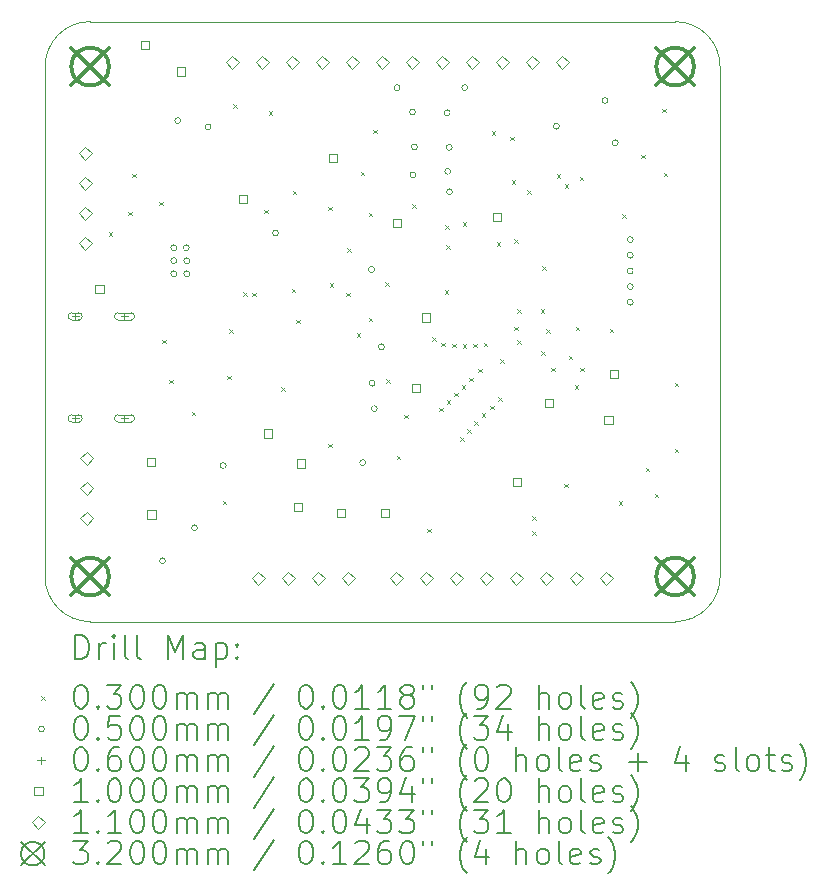
<source format=gbr>
%TF.GenerationSoftware,KiCad,Pcbnew,8.0.6*%
%TF.CreationDate,2024-11-26T20:52:16-08:00*%
%TF.ProjectId,Constellation Stack V1.1,436f6e73-7465-46c6-9c61-74696f6e2053,rev?*%
%TF.SameCoordinates,Original*%
%TF.FileFunction,Drillmap*%
%TF.FilePolarity,Positive*%
%FSLAX45Y45*%
G04 Gerber Fmt 4.5, Leading zero omitted, Abs format (unit mm)*
G04 Created by KiCad (PCBNEW 8.0.6) date 2024-11-26 20:52:16*
%MOMM*%
%LPD*%
G01*
G04 APERTURE LIST*
%ADD10C,0.100000*%
%ADD11C,0.200000*%
%ADD12C,0.110000*%
%ADD13C,0.320000*%
G04 APERTURE END LIST*
D10*
X7874000Y-2540000D02*
G75*
G02*
X8255000Y-2921000I0J-381000D01*
G01*
X2540000Y-2921000D02*
G75*
G02*
X2921000Y-2540000I381000J0D01*
G01*
X7874000Y-7620000D02*
X2921000Y-7620000D01*
X8255000Y-2921000D02*
X8255000Y-7239000D01*
X2921000Y-7620000D02*
G75*
G02*
X2540000Y-7239000I0J381000D01*
G01*
X2540000Y-7239000D02*
X2540000Y-2921000D01*
X8255000Y-7239000D02*
G75*
G02*
X7874000Y-7620000I-381000J0D01*
G01*
X2921000Y-2540000D02*
X7874000Y-2540000D01*
D11*
D10*
X3078000Y-4324000D02*
X3108000Y-4354000D01*
X3108000Y-4324000D02*
X3078000Y-4354000D01*
X3242000Y-4151000D02*
X3272000Y-4181000D01*
X3272000Y-4151000D02*
X3242000Y-4181000D01*
X3279000Y-3827000D02*
X3309000Y-3857000D01*
X3309000Y-3827000D02*
X3279000Y-3857000D01*
X3506000Y-4065000D02*
X3536000Y-4095000D01*
X3536000Y-4065000D02*
X3506000Y-4095000D01*
X3531000Y-5232000D02*
X3561000Y-5262000D01*
X3561000Y-5232000D02*
X3531000Y-5262000D01*
X3590149Y-5573111D02*
X3620149Y-5603111D01*
X3620149Y-5573111D02*
X3590149Y-5603111D01*
X3782000Y-5842000D02*
X3812000Y-5872000D01*
X3812000Y-5842000D02*
X3782000Y-5872000D01*
X4042000Y-6596000D02*
X4072000Y-6626000D01*
X4072000Y-6596000D02*
X4042000Y-6626000D01*
X4083000Y-5536750D02*
X4113000Y-5566750D01*
X4113000Y-5536750D02*
X4083000Y-5566750D01*
X4101000Y-5143000D02*
X4131000Y-5173000D01*
X4131000Y-5143000D02*
X4101000Y-5173000D01*
X4134000Y-3242000D02*
X4164000Y-3272000D01*
X4164000Y-3242000D02*
X4134000Y-3272000D01*
X4217000Y-4833000D02*
X4247000Y-4863000D01*
X4247000Y-4833000D02*
X4217000Y-4863000D01*
X4292000Y-4835000D02*
X4322000Y-4865000D01*
X4322000Y-4835000D02*
X4292000Y-4865000D01*
X4395000Y-4134000D02*
X4425000Y-4164000D01*
X4425000Y-4134000D02*
X4395000Y-4164000D01*
X4433000Y-3299000D02*
X4463000Y-3329000D01*
X4463000Y-3299000D02*
X4433000Y-3329000D01*
X4540000Y-5635000D02*
X4570000Y-5665000D01*
X4570000Y-5635000D02*
X4540000Y-5665000D01*
X4630000Y-4802000D02*
X4660000Y-4832000D01*
X4660000Y-4802000D02*
X4630000Y-4832000D01*
X4634902Y-3973000D02*
X4664902Y-4003000D01*
X4664902Y-3973000D02*
X4634902Y-4003000D01*
X4667581Y-5064086D02*
X4697581Y-5094086D01*
X4697581Y-5064086D02*
X4667581Y-5094086D01*
X4937000Y-6115000D02*
X4967000Y-6145000D01*
X4967000Y-6115000D02*
X4937000Y-6145000D01*
X4939000Y-4109000D02*
X4969000Y-4139000D01*
X4969000Y-4109000D02*
X4939000Y-4139000D01*
X4948000Y-4753000D02*
X4978000Y-4783000D01*
X4978000Y-4753000D02*
X4948000Y-4783000D01*
X5091000Y-4835000D02*
X5121000Y-4865000D01*
X5121000Y-4835000D02*
X5091000Y-4865000D01*
X5097000Y-4461000D02*
X5127000Y-4491000D01*
X5127000Y-4461000D02*
X5097000Y-4491000D01*
X5180000Y-5178000D02*
X5210000Y-5208000D01*
X5210000Y-5178000D02*
X5180000Y-5208000D01*
X5214000Y-3813000D02*
X5244000Y-3843000D01*
X5244000Y-3813000D02*
X5214000Y-3843000D01*
X5279000Y-4160000D02*
X5309000Y-4190000D01*
X5309000Y-4160000D02*
X5279000Y-4190000D01*
X5279000Y-5046000D02*
X5309000Y-5076000D01*
X5309000Y-5046000D02*
X5279000Y-5076000D01*
X5318000Y-3456000D02*
X5348000Y-3486000D01*
X5348000Y-3456000D02*
X5318000Y-3486000D01*
X5419000Y-4749000D02*
X5449000Y-4779000D01*
X5449000Y-4749000D02*
X5419000Y-4779000D01*
X5427000Y-5566000D02*
X5457000Y-5596000D01*
X5457000Y-5566000D02*
X5427000Y-5596000D01*
X5516000Y-6217000D02*
X5546000Y-6247000D01*
X5546000Y-6217000D02*
X5516000Y-6247000D01*
X5579000Y-5868000D02*
X5609000Y-5898000D01*
X5609000Y-5868000D02*
X5579000Y-5898000D01*
X5649000Y-4086000D02*
X5679000Y-4116000D01*
X5679000Y-4086000D02*
X5649000Y-4116000D01*
X5775000Y-6833000D02*
X5805000Y-6863000D01*
X5805000Y-6833000D02*
X5775000Y-6863000D01*
X5818821Y-5213029D02*
X5848821Y-5243029D01*
X5848821Y-5213029D02*
X5818821Y-5243029D01*
X5877063Y-5809592D02*
X5907063Y-5839592D01*
X5907063Y-5809592D02*
X5877063Y-5839592D01*
X5895683Y-5259754D02*
X5925683Y-5289754D01*
X5925683Y-5259754D02*
X5895683Y-5289754D01*
X5924545Y-4814532D02*
X5954545Y-4844532D01*
X5954545Y-4814532D02*
X5924545Y-4844532D01*
X5930000Y-4264000D02*
X5960000Y-4294000D01*
X5960000Y-4264000D02*
X5930000Y-4294000D01*
X5938000Y-4435000D02*
X5968000Y-4465000D01*
X5968000Y-4435000D02*
X5938000Y-4465000D01*
X5940667Y-5745987D02*
X5970667Y-5775987D01*
X5970667Y-5745987D02*
X5940667Y-5775987D01*
X5985219Y-5268379D02*
X6015219Y-5298379D01*
X6015219Y-5268379D02*
X5985219Y-5298379D01*
X6004272Y-5682383D02*
X6034272Y-5712383D01*
X6034272Y-5682383D02*
X6004272Y-5712383D01*
X6056620Y-6057521D02*
X6086620Y-6087521D01*
X6086620Y-6057521D02*
X6056620Y-6087521D01*
X6067876Y-5618778D02*
X6097876Y-5648778D01*
X6097876Y-5618778D02*
X6067876Y-5648778D01*
X6075160Y-5269685D02*
X6105160Y-5299685D01*
X6105160Y-5269685D02*
X6075160Y-5299685D01*
X6077250Y-4241000D02*
X6107250Y-4271000D01*
X6107250Y-4241000D02*
X6077250Y-4271000D01*
X6115367Y-5989404D02*
X6145367Y-6019404D01*
X6145367Y-5989404D02*
X6115367Y-6019404D01*
X6131480Y-5555174D02*
X6161480Y-5585174D01*
X6161480Y-5555174D02*
X6131480Y-5585174D01*
X6165089Y-5267751D02*
X6195089Y-5297751D01*
X6195089Y-5267751D02*
X6165089Y-5297751D01*
X6174773Y-5921862D02*
X6204773Y-5951862D01*
X6204773Y-5921862D02*
X6174773Y-5951862D01*
X6207512Y-5479142D02*
X6237512Y-5509142D01*
X6237512Y-5479142D02*
X6207512Y-5509142D01*
X6238377Y-5858257D02*
X6268377Y-5888257D01*
X6268377Y-5858257D02*
X6238377Y-5888257D01*
X6254613Y-5259000D02*
X6284613Y-5289000D01*
X6284613Y-5259000D02*
X6254613Y-5289000D01*
X6308050Y-5793584D02*
X6338050Y-5823584D01*
X6338050Y-5793584D02*
X6308050Y-5823584D01*
X6320000Y-3468000D02*
X6350000Y-3498000D01*
X6350000Y-3468000D02*
X6320000Y-3498000D01*
X6364000Y-4408000D02*
X6394000Y-4438000D01*
X6394000Y-4408000D02*
X6364000Y-4438000D01*
X6377317Y-5719317D02*
X6407317Y-5749317D01*
X6407317Y-5719317D02*
X6377317Y-5749317D01*
X6394563Y-5397563D02*
X6424563Y-5427563D01*
X6424563Y-5397563D02*
X6394563Y-5427563D01*
X6476000Y-3513000D02*
X6506000Y-3543000D01*
X6506000Y-3513000D02*
X6476000Y-3543000D01*
X6490000Y-3885000D02*
X6520000Y-3915000D01*
X6520000Y-3885000D02*
X6490000Y-3915000D01*
X6511000Y-4383950D02*
X6541000Y-4413950D01*
X6541000Y-4383950D02*
X6511000Y-4413950D01*
X6514000Y-5125000D02*
X6544000Y-5155000D01*
X6544000Y-5125000D02*
X6514000Y-5155000D01*
X6537000Y-4975050D02*
X6567000Y-5005050D01*
X6567000Y-4975050D02*
X6537000Y-5005050D01*
X6539000Y-5240000D02*
X6569000Y-5270000D01*
X6569000Y-5240000D02*
X6539000Y-5270000D01*
X6620000Y-3970000D02*
X6650000Y-4000000D01*
X6650000Y-3970000D02*
X6620000Y-4000000D01*
X6664000Y-6726000D02*
X6694000Y-6756000D01*
X6694000Y-6726000D02*
X6664000Y-6756000D01*
X6664000Y-6855000D02*
X6694000Y-6885000D01*
X6694000Y-6855000D02*
X6664000Y-6885000D01*
X6738000Y-4977000D02*
X6768000Y-5007000D01*
X6768000Y-4977000D02*
X6738000Y-5007000D01*
X6742000Y-5329100D02*
X6772000Y-5359100D01*
X6772000Y-5329100D02*
X6742000Y-5359100D01*
X6750000Y-4612000D02*
X6780000Y-4642000D01*
X6780000Y-4612000D02*
X6750000Y-4642000D01*
X6781000Y-5146000D02*
X6811000Y-5176000D01*
X6811000Y-5146000D02*
X6781000Y-5176000D01*
X6827000Y-5469000D02*
X6857000Y-5499000D01*
X6857000Y-5469000D02*
X6827000Y-5499000D01*
X6870000Y-3833000D02*
X6900000Y-3863000D01*
X6900000Y-3833000D02*
X6870000Y-3863000D01*
X6936000Y-6452000D02*
X6966000Y-6482000D01*
X6966000Y-6452000D02*
X6936000Y-6482000D01*
X6939000Y-3918000D02*
X6969000Y-3948000D01*
X6969000Y-3918000D02*
X6939000Y-3948000D01*
X6973019Y-5368057D02*
X7003019Y-5398057D01*
X7003019Y-5368057D02*
X6973019Y-5398057D01*
X7026000Y-5621000D02*
X7056000Y-5651000D01*
X7056000Y-5621000D02*
X7026000Y-5651000D01*
X7032000Y-5122950D02*
X7062000Y-5152950D01*
X7062000Y-5122950D02*
X7032000Y-5152950D01*
X7065000Y-3852000D02*
X7095000Y-3882000D01*
X7095000Y-3852000D02*
X7065000Y-3882000D01*
X7070000Y-5469000D02*
X7100000Y-5499000D01*
X7100000Y-5469000D02*
X7070000Y-5499000D01*
X7319000Y-5140000D02*
X7349000Y-5170000D01*
X7349000Y-5140000D02*
X7319000Y-5170000D01*
X7395000Y-6599500D02*
X7425000Y-6629500D01*
X7425000Y-6599500D02*
X7395000Y-6629500D01*
X7425000Y-4170000D02*
X7455000Y-4200000D01*
X7455000Y-4170000D02*
X7425000Y-4200000D01*
X7585000Y-3669000D02*
X7615000Y-3699000D01*
X7615000Y-3669000D02*
X7585000Y-3699000D01*
X7625000Y-6317000D02*
X7655000Y-6347000D01*
X7655000Y-6317000D02*
X7625000Y-6347000D01*
X7700000Y-6536000D02*
X7730000Y-6566000D01*
X7730000Y-6536000D02*
X7700000Y-6566000D01*
X7764000Y-3276000D02*
X7794000Y-3306000D01*
X7794000Y-3276000D02*
X7764000Y-3306000D01*
X7777000Y-3819000D02*
X7807000Y-3849000D01*
X7807000Y-3819000D02*
X7777000Y-3849000D01*
X7869000Y-5598125D02*
X7899000Y-5628125D01*
X7899000Y-5598125D02*
X7869000Y-5628125D01*
X7871000Y-6158125D02*
X7901000Y-6188125D01*
X7901000Y-6158125D02*
X7871000Y-6188125D01*
X3559000Y-7105000D02*
G75*
G02*
X3509000Y-7105000I-25000J0D01*
G01*
X3509000Y-7105000D02*
G75*
G02*
X3559000Y-7105000I25000J0D01*
G01*
X3655000Y-4455000D02*
G75*
G02*
X3605000Y-4455000I-25000J0D01*
G01*
X3605000Y-4455000D02*
G75*
G02*
X3655000Y-4455000I25000J0D01*
G01*
X3655000Y-4564000D02*
G75*
G02*
X3605000Y-4564000I-25000J0D01*
G01*
X3605000Y-4564000D02*
G75*
G02*
X3655000Y-4564000I25000J0D01*
G01*
X3655000Y-4675000D02*
G75*
G02*
X3605000Y-4675000I-25000J0D01*
G01*
X3605000Y-4675000D02*
G75*
G02*
X3655000Y-4675000I25000J0D01*
G01*
X3686992Y-3378000D02*
G75*
G02*
X3636992Y-3378000I-25000J0D01*
G01*
X3636992Y-3378000D02*
G75*
G02*
X3686992Y-3378000I25000J0D01*
G01*
X3760000Y-4455000D02*
G75*
G02*
X3710000Y-4455000I-25000J0D01*
G01*
X3710000Y-4455000D02*
G75*
G02*
X3760000Y-4455000I25000J0D01*
G01*
X3765000Y-4565000D02*
G75*
G02*
X3715000Y-4565000I-25000J0D01*
G01*
X3715000Y-4565000D02*
G75*
G02*
X3765000Y-4565000I25000J0D01*
G01*
X3765000Y-4675000D02*
G75*
G02*
X3715000Y-4675000I-25000J0D01*
G01*
X3715000Y-4675000D02*
G75*
G02*
X3765000Y-4675000I25000J0D01*
G01*
X3830000Y-6825000D02*
G75*
G02*
X3780000Y-6825000I-25000J0D01*
G01*
X3780000Y-6825000D02*
G75*
G02*
X3830000Y-6825000I25000J0D01*
G01*
X3945000Y-3431000D02*
G75*
G02*
X3895000Y-3431000I-25000J0D01*
G01*
X3895000Y-3431000D02*
G75*
G02*
X3945000Y-3431000I25000J0D01*
G01*
X4072000Y-6299000D02*
G75*
G02*
X4022000Y-6299000I-25000J0D01*
G01*
X4022000Y-6299000D02*
G75*
G02*
X4072000Y-6299000I25000J0D01*
G01*
X4516000Y-4330000D02*
G75*
G02*
X4466000Y-4330000I-25000J0D01*
G01*
X4466000Y-4330000D02*
G75*
G02*
X4516000Y-4330000I25000J0D01*
G01*
X5253000Y-6274000D02*
G75*
G02*
X5203000Y-6274000I-25000J0D01*
G01*
X5203000Y-6274000D02*
G75*
G02*
X5253000Y-6274000I25000J0D01*
G01*
X5328500Y-4639032D02*
G75*
G02*
X5278500Y-4639032I-25000J0D01*
G01*
X5278500Y-4639032D02*
G75*
G02*
X5328500Y-4639032I25000J0D01*
G01*
X5334000Y-5602000D02*
G75*
G02*
X5284000Y-5602000I-25000J0D01*
G01*
X5284000Y-5602000D02*
G75*
G02*
X5334000Y-5602000I25000J0D01*
G01*
X5353000Y-5817000D02*
G75*
G02*
X5303000Y-5817000I-25000J0D01*
G01*
X5303000Y-5817000D02*
G75*
G02*
X5353000Y-5817000I25000J0D01*
G01*
X5412000Y-5294000D02*
G75*
G02*
X5362000Y-5294000I-25000J0D01*
G01*
X5362000Y-5294000D02*
G75*
G02*
X5412000Y-5294000I25000J0D01*
G01*
X5545000Y-3100000D02*
G75*
G02*
X5495000Y-3100000I-25000J0D01*
G01*
X5495000Y-3100000D02*
G75*
G02*
X5545000Y-3100000I25000J0D01*
G01*
X5675828Y-3305877D02*
G75*
G02*
X5625828Y-3305877I-25000J0D01*
G01*
X5625828Y-3305877D02*
G75*
G02*
X5675828Y-3305877I25000J0D01*
G01*
X5679000Y-3838000D02*
G75*
G02*
X5629000Y-3838000I-25000J0D01*
G01*
X5629000Y-3838000D02*
G75*
G02*
X5679000Y-3838000I25000J0D01*
G01*
X5691000Y-3601000D02*
G75*
G02*
X5641000Y-3601000I-25000J0D01*
G01*
X5641000Y-3601000D02*
G75*
G02*
X5691000Y-3601000I25000J0D01*
G01*
X5968938Y-3311680D02*
G75*
G02*
X5918938Y-3311680I-25000J0D01*
G01*
X5918938Y-3311680D02*
G75*
G02*
X5968938Y-3311680I25000J0D01*
G01*
X5973550Y-3808000D02*
G75*
G02*
X5923550Y-3808000I-25000J0D01*
G01*
X5923550Y-3808000D02*
G75*
G02*
X5973550Y-3808000I25000J0D01*
G01*
X5985911Y-3605475D02*
G75*
G02*
X5935911Y-3605475I-25000J0D01*
G01*
X5935911Y-3605475D02*
G75*
G02*
X5985911Y-3605475I25000J0D01*
G01*
X5989000Y-3980000D02*
G75*
G02*
X5939000Y-3980000I-25000J0D01*
G01*
X5939000Y-3980000D02*
G75*
G02*
X5989000Y-3980000I25000J0D01*
G01*
X6117000Y-3099000D02*
G75*
G02*
X6067000Y-3099000I-25000J0D01*
G01*
X6067000Y-3099000D02*
G75*
G02*
X6117000Y-3099000I25000J0D01*
G01*
X6894000Y-3426000D02*
G75*
G02*
X6844000Y-3426000I-25000J0D01*
G01*
X6844000Y-3426000D02*
G75*
G02*
X6894000Y-3426000I25000J0D01*
G01*
X7306000Y-3208000D02*
G75*
G02*
X7256000Y-3208000I-25000J0D01*
G01*
X7256000Y-3208000D02*
G75*
G02*
X7306000Y-3208000I25000J0D01*
G01*
X7392000Y-3566000D02*
G75*
G02*
X7342000Y-3566000I-25000J0D01*
G01*
X7342000Y-3566000D02*
G75*
G02*
X7392000Y-3566000I25000J0D01*
G01*
X7519000Y-4386000D02*
G75*
G02*
X7469000Y-4386000I-25000J0D01*
G01*
X7469000Y-4386000D02*
G75*
G02*
X7519000Y-4386000I25000J0D01*
G01*
X7519000Y-4518500D02*
G75*
G02*
X7469000Y-4518500I-25000J0D01*
G01*
X7469000Y-4518500D02*
G75*
G02*
X7519000Y-4518500I25000J0D01*
G01*
X7519000Y-4651000D02*
G75*
G02*
X7469000Y-4651000I-25000J0D01*
G01*
X7469000Y-4651000D02*
G75*
G02*
X7519000Y-4651000I25000J0D01*
G01*
X7519000Y-4783500D02*
G75*
G02*
X7469000Y-4783500I-25000J0D01*
G01*
X7469000Y-4783500D02*
G75*
G02*
X7519000Y-4783500I25000J0D01*
G01*
X7519000Y-4916000D02*
G75*
G02*
X7469000Y-4916000I-25000J0D01*
G01*
X7469000Y-4916000D02*
G75*
G02*
X7519000Y-4916000I25000J0D01*
G01*
X2794000Y-5005000D02*
X2794000Y-5065000D01*
X2764000Y-5035000D02*
X2824000Y-5035000D01*
X2824000Y-5005000D02*
X2764000Y-5005000D01*
X2764000Y-5065000D02*
G75*
G02*
X2764000Y-5005000I0J30000D01*
G01*
X2764000Y-5065000D02*
X2824000Y-5065000D01*
X2824000Y-5065000D02*
G75*
G03*
X2824000Y-5005000I0J30000D01*
G01*
X2794000Y-5869000D02*
X2794000Y-5929000D01*
X2764000Y-5899000D02*
X2824000Y-5899000D01*
X2824000Y-5869000D02*
X2764000Y-5869000D01*
X2764000Y-5929000D02*
G75*
G02*
X2764000Y-5869000I0J30000D01*
G01*
X2764000Y-5929000D02*
X2824000Y-5929000D01*
X2824000Y-5929000D02*
G75*
G03*
X2824000Y-5869000I0J30000D01*
G01*
X3212000Y-5005000D02*
X3212000Y-5065000D01*
X3182000Y-5035000D02*
X3242000Y-5035000D01*
X3267000Y-5005000D02*
X3157000Y-5005000D01*
X3157000Y-5065000D02*
G75*
G02*
X3157000Y-5005000I0J30000D01*
G01*
X3157000Y-5065000D02*
X3267000Y-5065000D01*
X3267000Y-5065000D02*
G75*
G03*
X3267000Y-5005000I0J30000D01*
G01*
X3212000Y-5869000D02*
X3212000Y-5929000D01*
X3182000Y-5899000D02*
X3242000Y-5899000D01*
X3267000Y-5869000D02*
X3157000Y-5869000D01*
X3157000Y-5929000D02*
G75*
G02*
X3157000Y-5869000I0J30000D01*
G01*
X3157000Y-5929000D02*
X3267000Y-5929000D01*
X3267000Y-5929000D02*
G75*
G03*
X3267000Y-5869000I0J30000D01*
G01*
X3036356Y-4841356D02*
X3036356Y-4770644D01*
X2965644Y-4770644D01*
X2965644Y-4841356D01*
X3036356Y-4841356D01*
X3421356Y-2771356D02*
X3421356Y-2700644D01*
X3350644Y-2700644D01*
X3350644Y-2771356D01*
X3421356Y-2771356D01*
X3472356Y-6303356D02*
X3472356Y-6232644D01*
X3401644Y-6232644D01*
X3401644Y-6303356D01*
X3472356Y-6303356D01*
X3476356Y-6748356D02*
X3476356Y-6677644D01*
X3405644Y-6677644D01*
X3405644Y-6748356D01*
X3476356Y-6748356D01*
X3723356Y-2998356D02*
X3723356Y-2927644D01*
X3652644Y-2927644D01*
X3652644Y-2998356D01*
X3723356Y-2998356D01*
X4251356Y-4079356D02*
X4251356Y-4008644D01*
X4180644Y-4008644D01*
X4180644Y-4079356D01*
X4251356Y-4079356D01*
X4463356Y-6062356D02*
X4463356Y-5991644D01*
X4392644Y-5991644D01*
X4392644Y-6062356D01*
X4463356Y-6062356D01*
X4716356Y-6685356D02*
X4716356Y-6614644D01*
X4645644Y-6614644D01*
X4645644Y-6685356D01*
X4716356Y-6685356D01*
X4742356Y-6316356D02*
X4742356Y-6245644D01*
X4671644Y-6245644D01*
X4671644Y-6316356D01*
X4742356Y-6316356D01*
X5010356Y-3731356D02*
X5010356Y-3660644D01*
X4939644Y-3660644D01*
X4939644Y-3731356D01*
X5010356Y-3731356D01*
X5080356Y-6735356D02*
X5080356Y-6664644D01*
X5009644Y-6664644D01*
X5009644Y-6735356D01*
X5080356Y-6735356D01*
X5452356Y-6735356D02*
X5452356Y-6664644D01*
X5381644Y-6664644D01*
X5381644Y-6735356D01*
X5452356Y-6735356D01*
X5554356Y-4279356D02*
X5554356Y-4208644D01*
X5483644Y-4208644D01*
X5483644Y-4279356D01*
X5554356Y-4279356D01*
X5716356Y-5675356D02*
X5716356Y-5604644D01*
X5645644Y-5604644D01*
X5645644Y-5675356D01*
X5716356Y-5675356D01*
X5799356Y-5079356D02*
X5799356Y-5008644D01*
X5728644Y-5008644D01*
X5728644Y-5079356D01*
X5799356Y-5079356D01*
X6402356Y-4229356D02*
X6402356Y-4158644D01*
X6331644Y-4158644D01*
X6331644Y-4229356D01*
X6402356Y-4229356D01*
X6568356Y-6475356D02*
X6568356Y-6404644D01*
X6497644Y-6404644D01*
X6497644Y-6475356D01*
X6568356Y-6475356D01*
X6844356Y-5802356D02*
X6844356Y-5731644D01*
X6773644Y-5731644D01*
X6773644Y-5802356D01*
X6844356Y-5802356D01*
X7344356Y-5951356D02*
X7344356Y-5880644D01*
X7273644Y-5880644D01*
X7273644Y-5951356D01*
X7344356Y-5951356D01*
X7389356Y-5561356D02*
X7389356Y-5490644D01*
X7318644Y-5490644D01*
X7318644Y-5561356D01*
X7389356Y-5561356D01*
D12*
X2879000Y-3709000D02*
X2934000Y-3654000D01*
X2879000Y-3599000D01*
X2824000Y-3654000D01*
X2879000Y-3709000D01*
X2879000Y-3963000D02*
X2934000Y-3908000D01*
X2879000Y-3853000D01*
X2824000Y-3908000D01*
X2879000Y-3963000D01*
X2879000Y-4217000D02*
X2934000Y-4162000D01*
X2879000Y-4107000D01*
X2824000Y-4162000D01*
X2879000Y-4217000D01*
X2879000Y-4471000D02*
X2934000Y-4416000D01*
X2879000Y-4361000D01*
X2824000Y-4416000D01*
X2879000Y-4471000D01*
X2891000Y-6293000D02*
X2946000Y-6238000D01*
X2891000Y-6183000D01*
X2836000Y-6238000D01*
X2891000Y-6293000D01*
X2891000Y-6547000D02*
X2946000Y-6492000D01*
X2891000Y-6437000D01*
X2836000Y-6492000D01*
X2891000Y-6547000D01*
X2891000Y-6801000D02*
X2946000Y-6746000D01*
X2891000Y-6691000D01*
X2836000Y-6746000D01*
X2891000Y-6801000D01*
X4126000Y-2940000D02*
X4181000Y-2885000D01*
X4126000Y-2830000D01*
X4071000Y-2885000D01*
X4126000Y-2940000D01*
X4343000Y-7307000D02*
X4398000Y-7252000D01*
X4343000Y-7197000D01*
X4288000Y-7252000D01*
X4343000Y-7307000D01*
X4380000Y-2940000D02*
X4435000Y-2885000D01*
X4380000Y-2830000D01*
X4325000Y-2885000D01*
X4380000Y-2940000D01*
X4597000Y-7307000D02*
X4652000Y-7252000D01*
X4597000Y-7197000D01*
X4542000Y-7252000D01*
X4597000Y-7307000D01*
X4634000Y-2940000D02*
X4689000Y-2885000D01*
X4634000Y-2830000D01*
X4579000Y-2885000D01*
X4634000Y-2940000D01*
X4851000Y-7307000D02*
X4906000Y-7252000D01*
X4851000Y-7197000D01*
X4796000Y-7252000D01*
X4851000Y-7307000D01*
X4888000Y-2940000D02*
X4943000Y-2885000D01*
X4888000Y-2830000D01*
X4833000Y-2885000D01*
X4888000Y-2940000D01*
X5105000Y-7307000D02*
X5160000Y-7252000D01*
X5105000Y-7197000D01*
X5050000Y-7252000D01*
X5105000Y-7307000D01*
X5142000Y-2940000D02*
X5197000Y-2885000D01*
X5142000Y-2830000D01*
X5087000Y-2885000D01*
X5142000Y-2940000D01*
X5396000Y-2940000D02*
X5451000Y-2885000D01*
X5396000Y-2830000D01*
X5341000Y-2885000D01*
X5396000Y-2940000D01*
X5515000Y-7308000D02*
X5570000Y-7253000D01*
X5515000Y-7198000D01*
X5460000Y-7253000D01*
X5515000Y-7308000D01*
X5650000Y-2940000D02*
X5705000Y-2885000D01*
X5650000Y-2830000D01*
X5595000Y-2885000D01*
X5650000Y-2940000D01*
X5769000Y-7308000D02*
X5824000Y-7253000D01*
X5769000Y-7198000D01*
X5714000Y-7253000D01*
X5769000Y-7308000D01*
X5904000Y-2940000D02*
X5959000Y-2885000D01*
X5904000Y-2830000D01*
X5849000Y-2885000D01*
X5904000Y-2940000D01*
X6023000Y-7308000D02*
X6078000Y-7253000D01*
X6023000Y-7198000D01*
X5968000Y-7253000D01*
X6023000Y-7308000D01*
X6158000Y-2940000D02*
X6213000Y-2885000D01*
X6158000Y-2830000D01*
X6103000Y-2885000D01*
X6158000Y-2940000D01*
X6277000Y-7308000D02*
X6332000Y-7253000D01*
X6277000Y-7198000D01*
X6222000Y-7253000D01*
X6277000Y-7308000D01*
X6412000Y-2940000D02*
X6467000Y-2885000D01*
X6412000Y-2830000D01*
X6357000Y-2885000D01*
X6412000Y-2940000D01*
X6531000Y-7308000D02*
X6586000Y-7253000D01*
X6531000Y-7198000D01*
X6476000Y-7253000D01*
X6531000Y-7308000D01*
X6666000Y-2940000D02*
X6721000Y-2885000D01*
X6666000Y-2830000D01*
X6611000Y-2885000D01*
X6666000Y-2940000D01*
X6785000Y-7308000D02*
X6840000Y-7253000D01*
X6785000Y-7198000D01*
X6730000Y-7253000D01*
X6785000Y-7308000D01*
X6920000Y-2940000D02*
X6975000Y-2885000D01*
X6920000Y-2830000D01*
X6865000Y-2885000D01*
X6920000Y-2940000D01*
X7039000Y-7308000D02*
X7094000Y-7253000D01*
X7039000Y-7198000D01*
X6984000Y-7253000D01*
X7039000Y-7308000D01*
X7293000Y-7308000D02*
X7348000Y-7253000D01*
X7293000Y-7198000D01*
X7238000Y-7253000D01*
X7293000Y-7308000D01*
D13*
X2761000Y-2761000D02*
X3081000Y-3081000D01*
X3081000Y-2761000D02*
X2761000Y-3081000D01*
X3081000Y-2921000D02*
G75*
G02*
X2761000Y-2921000I-160000J0D01*
G01*
X2761000Y-2921000D02*
G75*
G02*
X3081000Y-2921000I160000J0D01*
G01*
X2761000Y-7079000D02*
X3081000Y-7399000D01*
X3081000Y-7079000D02*
X2761000Y-7399000D01*
X3081000Y-7239000D02*
G75*
G02*
X2761000Y-7239000I-160000J0D01*
G01*
X2761000Y-7239000D02*
G75*
G02*
X3081000Y-7239000I160000J0D01*
G01*
X7714000Y-2761000D02*
X8034000Y-3081000D01*
X8034000Y-2761000D02*
X7714000Y-3081000D01*
X8034000Y-2921000D02*
G75*
G02*
X7714000Y-2921000I-160000J0D01*
G01*
X7714000Y-2921000D02*
G75*
G02*
X8034000Y-2921000I160000J0D01*
G01*
X7714000Y-7078000D02*
X8034000Y-7398000D01*
X8034000Y-7078000D02*
X7714000Y-7398000D01*
X8034000Y-7238000D02*
G75*
G02*
X7714000Y-7238000I-160000J0D01*
G01*
X7714000Y-7238000D02*
G75*
G02*
X8034000Y-7238000I160000J0D01*
G01*
D11*
X2795777Y-7936484D02*
X2795777Y-7736484D01*
X2795777Y-7736484D02*
X2843396Y-7736484D01*
X2843396Y-7736484D02*
X2871967Y-7746008D01*
X2871967Y-7746008D02*
X2891015Y-7765055D01*
X2891015Y-7765055D02*
X2900539Y-7784103D01*
X2900539Y-7784103D02*
X2910062Y-7822198D01*
X2910062Y-7822198D02*
X2910062Y-7850769D01*
X2910062Y-7850769D02*
X2900539Y-7888865D01*
X2900539Y-7888865D02*
X2891015Y-7907912D01*
X2891015Y-7907912D02*
X2871967Y-7926960D01*
X2871967Y-7926960D02*
X2843396Y-7936484D01*
X2843396Y-7936484D02*
X2795777Y-7936484D01*
X2995777Y-7936484D02*
X2995777Y-7803150D01*
X2995777Y-7841246D02*
X3005301Y-7822198D01*
X3005301Y-7822198D02*
X3014824Y-7812674D01*
X3014824Y-7812674D02*
X3033872Y-7803150D01*
X3033872Y-7803150D02*
X3052920Y-7803150D01*
X3119586Y-7936484D02*
X3119586Y-7803150D01*
X3119586Y-7736484D02*
X3110062Y-7746008D01*
X3110062Y-7746008D02*
X3119586Y-7755531D01*
X3119586Y-7755531D02*
X3129110Y-7746008D01*
X3129110Y-7746008D02*
X3119586Y-7736484D01*
X3119586Y-7736484D02*
X3119586Y-7755531D01*
X3243396Y-7936484D02*
X3224348Y-7926960D01*
X3224348Y-7926960D02*
X3214824Y-7907912D01*
X3214824Y-7907912D02*
X3214824Y-7736484D01*
X3348158Y-7936484D02*
X3329110Y-7926960D01*
X3329110Y-7926960D02*
X3319586Y-7907912D01*
X3319586Y-7907912D02*
X3319586Y-7736484D01*
X3576729Y-7936484D02*
X3576729Y-7736484D01*
X3576729Y-7736484D02*
X3643396Y-7879341D01*
X3643396Y-7879341D02*
X3710062Y-7736484D01*
X3710062Y-7736484D02*
X3710062Y-7936484D01*
X3891015Y-7936484D02*
X3891015Y-7831722D01*
X3891015Y-7831722D02*
X3881491Y-7812674D01*
X3881491Y-7812674D02*
X3862443Y-7803150D01*
X3862443Y-7803150D02*
X3824348Y-7803150D01*
X3824348Y-7803150D02*
X3805301Y-7812674D01*
X3891015Y-7926960D02*
X3871967Y-7936484D01*
X3871967Y-7936484D02*
X3824348Y-7936484D01*
X3824348Y-7936484D02*
X3805301Y-7926960D01*
X3805301Y-7926960D02*
X3795777Y-7907912D01*
X3795777Y-7907912D02*
X3795777Y-7888865D01*
X3795777Y-7888865D02*
X3805301Y-7869817D01*
X3805301Y-7869817D02*
X3824348Y-7860293D01*
X3824348Y-7860293D02*
X3871967Y-7860293D01*
X3871967Y-7860293D02*
X3891015Y-7850769D01*
X3986253Y-7803150D02*
X3986253Y-8003150D01*
X3986253Y-7812674D02*
X4005301Y-7803150D01*
X4005301Y-7803150D02*
X4043396Y-7803150D01*
X4043396Y-7803150D02*
X4062443Y-7812674D01*
X4062443Y-7812674D02*
X4071967Y-7822198D01*
X4071967Y-7822198D02*
X4081491Y-7841246D01*
X4081491Y-7841246D02*
X4081491Y-7898388D01*
X4081491Y-7898388D02*
X4071967Y-7917436D01*
X4071967Y-7917436D02*
X4062443Y-7926960D01*
X4062443Y-7926960D02*
X4043396Y-7936484D01*
X4043396Y-7936484D02*
X4005301Y-7936484D01*
X4005301Y-7936484D02*
X3986253Y-7926960D01*
X4167205Y-7917436D02*
X4176729Y-7926960D01*
X4176729Y-7926960D02*
X4167205Y-7936484D01*
X4167205Y-7936484D02*
X4157682Y-7926960D01*
X4157682Y-7926960D02*
X4167205Y-7917436D01*
X4167205Y-7917436D02*
X4167205Y-7936484D01*
X4167205Y-7812674D02*
X4176729Y-7822198D01*
X4176729Y-7822198D02*
X4167205Y-7831722D01*
X4167205Y-7831722D02*
X4157682Y-7822198D01*
X4157682Y-7822198D02*
X4167205Y-7812674D01*
X4167205Y-7812674D02*
X4167205Y-7831722D01*
D10*
X2505000Y-8250000D02*
X2535000Y-8280000D01*
X2535000Y-8250000D02*
X2505000Y-8280000D01*
D11*
X2833872Y-8156484D02*
X2852920Y-8156484D01*
X2852920Y-8156484D02*
X2871967Y-8166008D01*
X2871967Y-8166008D02*
X2881491Y-8175531D01*
X2881491Y-8175531D02*
X2891015Y-8194579D01*
X2891015Y-8194579D02*
X2900539Y-8232674D01*
X2900539Y-8232674D02*
X2900539Y-8280293D01*
X2900539Y-8280293D02*
X2891015Y-8318388D01*
X2891015Y-8318388D02*
X2881491Y-8337436D01*
X2881491Y-8337436D02*
X2871967Y-8346960D01*
X2871967Y-8346960D02*
X2852920Y-8356484D01*
X2852920Y-8356484D02*
X2833872Y-8356484D01*
X2833872Y-8356484D02*
X2814824Y-8346960D01*
X2814824Y-8346960D02*
X2805301Y-8337436D01*
X2805301Y-8337436D02*
X2795777Y-8318388D01*
X2795777Y-8318388D02*
X2786253Y-8280293D01*
X2786253Y-8280293D02*
X2786253Y-8232674D01*
X2786253Y-8232674D02*
X2795777Y-8194579D01*
X2795777Y-8194579D02*
X2805301Y-8175531D01*
X2805301Y-8175531D02*
X2814824Y-8166008D01*
X2814824Y-8166008D02*
X2833872Y-8156484D01*
X2986253Y-8337436D02*
X2995777Y-8346960D01*
X2995777Y-8346960D02*
X2986253Y-8356484D01*
X2986253Y-8356484D02*
X2976729Y-8346960D01*
X2976729Y-8346960D02*
X2986253Y-8337436D01*
X2986253Y-8337436D02*
X2986253Y-8356484D01*
X3062443Y-8156484D02*
X3186253Y-8156484D01*
X3186253Y-8156484D02*
X3119586Y-8232674D01*
X3119586Y-8232674D02*
X3148158Y-8232674D01*
X3148158Y-8232674D02*
X3167205Y-8242198D01*
X3167205Y-8242198D02*
X3176729Y-8251722D01*
X3176729Y-8251722D02*
X3186253Y-8270769D01*
X3186253Y-8270769D02*
X3186253Y-8318388D01*
X3186253Y-8318388D02*
X3176729Y-8337436D01*
X3176729Y-8337436D02*
X3167205Y-8346960D01*
X3167205Y-8346960D02*
X3148158Y-8356484D01*
X3148158Y-8356484D02*
X3091015Y-8356484D01*
X3091015Y-8356484D02*
X3071967Y-8346960D01*
X3071967Y-8346960D02*
X3062443Y-8337436D01*
X3310062Y-8156484D02*
X3329110Y-8156484D01*
X3329110Y-8156484D02*
X3348158Y-8166008D01*
X3348158Y-8166008D02*
X3357682Y-8175531D01*
X3357682Y-8175531D02*
X3367205Y-8194579D01*
X3367205Y-8194579D02*
X3376729Y-8232674D01*
X3376729Y-8232674D02*
X3376729Y-8280293D01*
X3376729Y-8280293D02*
X3367205Y-8318388D01*
X3367205Y-8318388D02*
X3357682Y-8337436D01*
X3357682Y-8337436D02*
X3348158Y-8346960D01*
X3348158Y-8346960D02*
X3329110Y-8356484D01*
X3329110Y-8356484D02*
X3310062Y-8356484D01*
X3310062Y-8356484D02*
X3291015Y-8346960D01*
X3291015Y-8346960D02*
X3281491Y-8337436D01*
X3281491Y-8337436D02*
X3271967Y-8318388D01*
X3271967Y-8318388D02*
X3262443Y-8280293D01*
X3262443Y-8280293D02*
X3262443Y-8232674D01*
X3262443Y-8232674D02*
X3271967Y-8194579D01*
X3271967Y-8194579D02*
X3281491Y-8175531D01*
X3281491Y-8175531D02*
X3291015Y-8166008D01*
X3291015Y-8166008D02*
X3310062Y-8156484D01*
X3500539Y-8156484D02*
X3519586Y-8156484D01*
X3519586Y-8156484D02*
X3538634Y-8166008D01*
X3538634Y-8166008D02*
X3548158Y-8175531D01*
X3548158Y-8175531D02*
X3557682Y-8194579D01*
X3557682Y-8194579D02*
X3567205Y-8232674D01*
X3567205Y-8232674D02*
X3567205Y-8280293D01*
X3567205Y-8280293D02*
X3557682Y-8318388D01*
X3557682Y-8318388D02*
X3548158Y-8337436D01*
X3548158Y-8337436D02*
X3538634Y-8346960D01*
X3538634Y-8346960D02*
X3519586Y-8356484D01*
X3519586Y-8356484D02*
X3500539Y-8356484D01*
X3500539Y-8356484D02*
X3481491Y-8346960D01*
X3481491Y-8346960D02*
X3471967Y-8337436D01*
X3471967Y-8337436D02*
X3462443Y-8318388D01*
X3462443Y-8318388D02*
X3452920Y-8280293D01*
X3452920Y-8280293D02*
X3452920Y-8232674D01*
X3452920Y-8232674D02*
X3462443Y-8194579D01*
X3462443Y-8194579D02*
X3471967Y-8175531D01*
X3471967Y-8175531D02*
X3481491Y-8166008D01*
X3481491Y-8166008D02*
X3500539Y-8156484D01*
X3652920Y-8356484D02*
X3652920Y-8223150D01*
X3652920Y-8242198D02*
X3662443Y-8232674D01*
X3662443Y-8232674D02*
X3681491Y-8223150D01*
X3681491Y-8223150D02*
X3710063Y-8223150D01*
X3710063Y-8223150D02*
X3729110Y-8232674D01*
X3729110Y-8232674D02*
X3738634Y-8251722D01*
X3738634Y-8251722D02*
X3738634Y-8356484D01*
X3738634Y-8251722D02*
X3748158Y-8232674D01*
X3748158Y-8232674D02*
X3767205Y-8223150D01*
X3767205Y-8223150D02*
X3795777Y-8223150D01*
X3795777Y-8223150D02*
X3814824Y-8232674D01*
X3814824Y-8232674D02*
X3824348Y-8251722D01*
X3824348Y-8251722D02*
X3824348Y-8356484D01*
X3919586Y-8356484D02*
X3919586Y-8223150D01*
X3919586Y-8242198D02*
X3929110Y-8232674D01*
X3929110Y-8232674D02*
X3948158Y-8223150D01*
X3948158Y-8223150D02*
X3976729Y-8223150D01*
X3976729Y-8223150D02*
X3995777Y-8232674D01*
X3995777Y-8232674D02*
X4005301Y-8251722D01*
X4005301Y-8251722D02*
X4005301Y-8356484D01*
X4005301Y-8251722D02*
X4014824Y-8232674D01*
X4014824Y-8232674D02*
X4033872Y-8223150D01*
X4033872Y-8223150D02*
X4062443Y-8223150D01*
X4062443Y-8223150D02*
X4081491Y-8232674D01*
X4081491Y-8232674D02*
X4091015Y-8251722D01*
X4091015Y-8251722D02*
X4091015Y-8356484D01*
X4481491Y-8146960D02*
X4310063Y-8404103D01*
X4738634Y-8156484D02*
X4757682Y-8156484D01*
X4757682Y-8156484D02*
X4776729Y-8166008D01*
X4776729Y-8166008D02*
X4786253Y-8175531D01*
X4786253Y-8175531D02*
X4795777Y-8194579D01*
X4795777Y-8194579D02*
X4805301Y-8232674D01*
X4805301Y-8232674D02*
X4805301Y-8280293D01*
X4805301Y-8280293D02*
X4795777Y-8318388D01*
X4795777Y-8318388D02*
X4786253Y-8337436D01*
X4786253Y-8337436D02*
X4776729Y-8346960D01*
X4776729Y-8346960D02*
X4757682Y-8356484D01*
X4757682Y-8356484D02*
X4738634Y-8356484D01*
X4738634Y-8356484D02*
X4719587Y-8346960D01*
X4719587Y-8346960D02*
X4710063Y-8337436D01*
X4710063Y-8337436D02*
X4700539Y-8318388D01*
X4700539Y-8318388D02*
X4691015Y-8280293D01*
X4691015Y-8280293D02*
X4691015Y-8232674D01*
X4691015Y-8232674D02*
X4700539Y-8194579D01*
X4700539Y-8194579D02*
X4710063Y-8175531D01*
X4710063Y-8175531D02*
X4719587Y-8166008D01*
X4719587Y-8166008D02*
X4738634Y-8156484D01*
X4891015Y-8337436D02*
X4900539Y-8346960D01*
X4900539Y-8346960D02*
X4891015Y-8356484D01*
X4891015Y-8356484D02*
X4881491Y-8346960D01*
X4881491Y-8346960D02*
X4891015Y-8337436D01*
X4891015Y-8337436D02*
X4891015Y-8356484D01*
X5024348Y-8156484D02*
X5043396Y-8156484D01*
X5043396Y-8156484D02*
X5062444Y-8166008D01*
X5062444Y-8166008D02*
X5071968Y-8175531D01*
X5071968Y-8175531D02*
X5081491Y-8194579D01*
X5081491Y-8194579D02*
X5091015Y-8232674D01*
X5091015Y-8232674D02*
X5091015Y-8280293D01*
X5091015Y-8280293D02*
X5081491Y-8318388D01*
X5081491Y-8318388D02*
X5071968Y-8337436D01*
X5071968Y-8337436D02*
X5062444Y-8346960D01*
X5062444Y-8346960D02*
X5043396Y-8356484D01*
X5043396Y-8356484D02*
X5024348Y-8356484D01*
X5024348Y-8356484D02*
X5005301Y-8346960D01*
X5005301Y-8346960D02*
X4995777Y-8337436D01*
X4995777Y-8337436D02*
X4986253Y-8318388D01*
X4986253Y-8318388D02*
X4976729Y-8280293D01*
X4976729Y-8280293D02*
X4976729Y-8232674D01*
X4976729Y-8232674D02*
X4986253Y-8194579D01*
X4986253Y-8194579D02*
X4995777Y-8175531D01*
X4995777Y-8175531D02*
X5005301Y-8166008D01*
X5005301Y-8166008D02*
X5024348Y-8156484D01*
X5281491Y-8356484D02*
X5167206Y-8356484D01*
X5224348Y-8356484D02*
X5224348Y-8156484D01*
X5224348Y-8156484D02*
X5205301Y-8185055D01*
X5205301Y-8185055D02*
X5186253Y-8204103D01*
X5186253Y-8204103D02*
X5167206Y-8213627D01*
X5471968Y-8356484D02*
X5357682Y-8356484D01*
X5414825Y-8356484D02*
X5414825Y-8156484D01*
X5414825Y-8156484D02*
X5395777Y-8185055D01*
X5395777Y-8185055D02*
X5376729Y-8204103D01*
X5376729Y-8204103D02*
X5357682Y-8213627D01*
X5586253Y-8242198D02*
X5567206Y-8232674D01*
X5567206Y-8232674D02*
X5557682Y-8223150D01*
X5557682Y-8223150D02*
X5548158Y-8204103D01*
X5548158Y-8204103D02*
X5548158Y-8194579D01*
X5548158Y-8194579D02*
X5557682Y-8175531D01*
X5557682Y-8175531D02*
X5567206Y-8166008D01*
X5567206Y-8166008D02*
X5586253Y-8156484D01*
X5586253Y-8156484D02*
X5624348Y-8156484D01*
X5624348Y-8156484D02*
X5643396Y-8166008D01*
X5643396Y-8166008D02*
X5652920Y-8175531D01*
X5652920Y-8175531D02*
X5662444Y-8194579D01*
X5662444Y-8194579D02*
X5662444Y-8204103D01*
X5662444Y-8204103D02*
X5652920Y-8223150D01*
X5652920Y-8223150D02*
X5643396Y-8232674D01*
X5643396Y-8232674D02*
X5624348Y-8242198D01*
X5624348Y-8242198D02*
X5586253Y-8242198D01*
X5586253Y-8242198D02*
X5567206Y-8251722D01*
X5567206Y-8251722D02*
X5557682Y-8261246D01*
X5557682Y-8261246D02*
X5548158Y-8280293D01*
X5548158Y-8280293D02*
X5548158Y-8318388D01*
X5548158Y-8318388D02*
X5557682Y-8337436D01*
X5557682Y-8337436D02*
X5567206Y-8346960D01*
X5567206Y-8346960D02*
X5586253Y-8356484D01*
X5586253Y-8356484D02*
X5624348Y-8356484D01*
X5624348Y-8356484D02*
X5643396Y-8346960D01*
X5643396Y-8346960D02*
X5652920Y-8337436D01*
X5652920Y-8337436D02*
X5662444Y-8318388D01*
X5662444Y-8318388D02*
X5662444Y-8280293D01*
X5662444Y-8280293D02*
X5652920Y-8261246D01*
X5652920Y-8261246D02*
X5643396Y-8251722D01*
X5643396Y-8251722D02*
X5624348Y-8242198D01*
X5738634Y-8156484D02*
X5738634Y-8194579D01*
X5814825Y-8156484D02*
X5814825Y-8194579D01*
X6110063Y-8432674D02*
X6100539Y-8423150D01*
X6100539Y-8423150D02*
X6081491Y-8394579D01*
X6081491Y-8394579D02*
X6071968Y-8375531D01*
X6071968Y-8375531D02*
X6062444Y-8346960D01*
X6062444Y-8346960D02*
X6052920Y-8299341D01*
X6052920Y-8299341D02*
X6052920Y-8261246D01*
X6052920Y-8261246D02*
X6062444Y-8213627D01*
X6062444Y-8213627D02*
X6071968Y-8185055D01*
X6071968Y-8185055D02*
X6081491Y-8166008D01*
X6081491Y-8166008D02*
X6100539Y-8137436D01*
X6100539Y-8137436D02*
X6110063Y-8127912D01*
X6195777Y-8356484D02*
X6233872Y-8356484D01*
X6233872Y-8356484D02*
X6252920Y-8346960D01*
X6252920Y-8346960D02*
X6262444Y-8337436D01*
X6262444Y-8337436D02*
X6281491Y-8308865D01*
X6281491Y-8308865D02*
X6291015Y-8270769D01*
X6291015Y-8270769D02*
X6291015Y-8194579D01*
X6291015Y-8194579D02*
X6281491Y-8175531D01*
X6281491Y-8175531D02*
X6271968Y-8166008D01*
X6271968Y-8166008D02*
X6252920Y-8156484D01*
X6252920Y-8156484D02*
X6214825Y-8156484D01*
X6214825Y-8156484D02*
X6195777Y-8166008D01*
X6195777Y-8166008D02*
X6186253Y-8175531D01*
X6186253Y-8175531D02*
X6176729Y-8194579D01*
X6176729Y-8194579D02*
X6176729Y-8242198D01*
X6176729Y-8242198D02*
X6186253Y-8261246D01*
X6186253Y-8261246D02*
X6195777Y-8270769D01*
X6195777Y-8270769D02*
X6214825Y-8280293D01*
X6214825Y-8280293D02*
X6252920Y-8280293D01*
X6252920Y-8280293D02*
X6271968Y-8270769D01*
X6271968Y-8270769D02*
X6281491Y-8261246D01*
X6281491Y-8261246D02*
X6291015Y-8242198D01*
X6367206Y-8175531D02*
X6376729Y-8166008D01*
X6376729Y-8166008D02*
X6395777Y-8156484D01*
X6395777Y-8156484D02*
X6443396Y-8156484D01*
X6443396Y-8156484D02*
X6462444Y-8166008D01*
X6462444Y-8166008D02*
X6471968Y-8175531D01*
X6471968Y-8175531D02*
X6481491Y-8194579D01*
X6481491Y-8194579D02*
X6481491Y-8213627D01*
X6481491Y-8213627D02*
X6471968Y-8242198D01*
X6471968Y-8242198D02*
X6357682Y-8356484D01*
X6357682Y-8356484D02*
X6481491Y-8356484D01*
X6719587Y-8356484D02*
X6719587Y-8156484D01*
X6805301Y-8356484D02*
X6805301Y-8251722D01*
X6805301Y-8251722D02*
X6795777Y-8232674D01*
X6795777Y-8232674D02*
X6776730Y-8223150D01*
X6776730Y-8223150D02*
X6748158Y-8223150D01*
X6748158Y-8223150D02*
X6729110Y-8232674D01*
X6729110Y-8232674D02*
X6719587Y-8242198D01*
X6929110Y-8356484D02*
X6910063Y-8346960D01*
X6910063Y-8346960D02*
X6900539Y-8337436D01*
X6900539Y-8337436D02*
X6891015Y-8318388D01*
X6891015Y-8318388D02*
X6891015Y-8261246D01*
X6891015Y-8261246D02*
X6900539Y-8242198D01*
X6900539Y-8242198D02*
X6910063Y-8232674D01*
X6910063Y-8232674D02*
X6929110Y-8223150D01*
X6929110Y-8223150D02*
X6957682Y-8223150D01*
X6957682Y-8223150D02*
X6976730Y-8232674D01*
X6976730Y-8232674D02*
X6986253Y-8242198D01*
X6986253Y-8242198D02*
X6995777Y-8261246D01*
X6995777Y-8261246D02*
X6995777Y-8318388D01*
X6995777Y-8318388D02*
X6986253Y-8337436D01*
X6986253Y-8337436D02*
X6976730Y-8346960D01*
X6976730Y-8346960D02*
X6957682Y-8356484D01*
X6957682Y-8356484D02*
X6929110Y-8356484D01*
X7110063Y-8356484D02*
X7091015Y-8346960D01*
X7091015Y-8346960D02*
X7081491Y-8327912D01*
X7081491Y-8327912D02*
X7081491Y-8156484D01*
X7262444Y-8346960D02*
X7243396Y-8356484D01*
X7243396Y-8356484D02*
X7205301Y-8356484D01*
X7205301Y-8356484D02*
X7186253Y-8346960D01*
X7186253Y-8346960D02*
X7176730Y-8327912D01*
X7176730Y-8327912D02*
X7176730Y-8251722D01*
X7176730Y-8251722D02*
X7186253Y-8232674D01*
X7186253Y-8232674D02*
X7205301Y-8223150D01*
X7205301Y-8223150D02*
X7243396Y-8223150D01*
X7243396Y-8223150D02*
X7262444Y-8232674D01*
X7262444Y-8232674D02*
X7271968Y-8251722D01*
X7271968Y-8251722D02*
X7271968Y-8270769D01*
X7271968Y-8270769D02*
X7176730Y-8289817D01*
X7348158Y-8346960D02*
X7367206Y-8356484D01*
X7367206Y-8356484D02*
X7405301Y-8356484D01*
X7405301Y-8356484D02*
X7424349Y-8346960D01*
X7424349Y-8346960D02*
X7433872Y-8327912D01*
X7433872Y-8327912D02*
X7433872Y-8318388D01*
X7433872Y-8318388D02*
X7424349Y-8299341D01*
X7424349Y-8299341D02*
X7405301Y-8289817D01*
X7405301Y-8289817D02*
X7376730Y-8289817D01*
X7376730Y-8289817D02*
X7357682Y-8280293D01*
X7357682Y-8280293D02*
X7348158Y-8261246D01*
X7348158Y-8261246D02*
X7348158Y-8251722D01*
X7348158Y-8251722D02*
X7357682Y-8232674D01*
X7357682Y-8232674D02*
X7376730Y-8223150D01*
X7376730Y-8223150D02*
X7405301Y-8223150D01*
X7405301Y-8223150D02*
X7424349Y-8232674D01*
X7500539Y-8432674D02*
X7510063Y-8423150D01*
X7510063Y-8423150D02*
X7529111Y-8394579D01*
X7529111Y-8394579D02*
X7538634Y-8375531D01*
X7538634Y-8375531D02*
X7548158Y-8346960D01*
X7548158Y-8346960D02*
X7557682Y-8299341D01*
X7557682Y-8299341D02*
X7557682Y-8261246D01*
X7557682Y-8261246D02*
X7548158Y-8213627D01*
X7548158Y-8213627D02*
X7538634Y-8185055D01*
X7538634Y-8185055D02*
X7529111Y-8166008D01*
X7529111Y-8166008D02*
X7510063Y-8137436D01*
X7510063Y-8137436D02*
X7500539Y-8127912D01*
D10*
X2535000Y-8529000D02*
G75*
G02*
X2485000Y-8529000I-25000J0D01*
G01*
X2485000Y-8529000D02*
G75*
G02*
X2535000Y-8529000I25000J0D01*
G01*
D11*
X2833872Y-8420484D02*
X2852920Y-8420484D01*
X2852920Y-8420484D02*
X2871967Y-8430008D01*
X2871967Y-8430008D02*
X2881491Y-8439531D01*
X2881491Y-8439531D02*
X2891015Y-8458579D01*
X2891015Y-8458579D02*
X2900539Y-8496674D01*
X2900539Y-8496674D02*
X2900539Y-8544293D01*
X2900539Y-8544293D02*
X2891015Y-8582389D01*
X2891015Y-8582389D02*
X2881491Y-8601436D01*
X2881491Y-8601436D02*
X2871967Y-8610960D01*
X2871967Y-8610960D02*
X2852920Y-8620484D01*
X2852920Y-8620484D02*
X2833872Y-8620484D01*
X2833872Y-8620484D02*
X2814824Y-8610960D01*
X2814824Y-8610960D02*
X2805301Y-8601436D01*
X2805301Y-8601436D02*
X2795777Y-8582389D01*
X2795777Y-8582389D02*
X2786253Y-8544293D01*
X2786253Y-8544293D02*
X2786253Y-8496674D01*
X2786253Y-8496674D02*
X2795777Y-8458579D01*
X2795777Y-8458579D02*
X2805301Y-8439531D01*
X2805301Y-8439531D02*
X2814824Y-8430008D01*
X2814824Y-8430008D02*
X2833872Y-8420484D01*
X2986253Y-8601436D02*
X2995777Y-8610960D01*
X2995777Y-8610960D02*
X2986253Y-8620484D01*
X2986253Y-8620484D02*
X2976729Y-8610960D01*
X2976729Y-8610960D02*
X2986253Y-8601436D01*
X2986253Y-8601436D02*
X2986253Y-8620484D01*
X3176729Y-8420484D02*
X3081491Y-8420484D01*
X3081491Y-8420484D02*
X3071967Y-8515722D01*
X3071967Y-8515722D02*
X3081491Y-8506198D01*
X3081491Y-8506198D02*
X3100539Y-8496674D01*
X3100539Y-8496674D02*
X3148158Y-8496674D01*
X3148158Y-8496674D02*
X3167205Y-8506198D01*
X3167205Y-8506198D02*
X3176729Y-8515722D01*
X3176729Y-8515722D02*
X3186253Y-8534770D01*
X3186253Y-8534770D02*
X3186253Y-8582389D01*
X3186253Y-8582389D02*
X3176729Y-8601436D01*
X3176729Y-8601436D02*
X3167205Y-8610960D01*
X3167205Y-8610960D02*
X3148158Y-8620484D01*
X3148158Y-8620484D02*
X3100539Y-8620484D01*
X3100539Y-8620484D02*
X3081491Y-8610960D01*
X3081491Y-8610960D02*
X3071967Y-8601436D01*
X3310062Y-8420484D02*
X3329110Y-8420484D01*
X3329110Y-8420484D02*
X3348158Y-8430008D01*
X3348158Y-8430008D02*
X3357682Y-8439531D01*
X3357682Y-8439531D02*
X3367205Y-8458579D01*
X3367205Y-8458579D02*
X3376729Y-8496674D01*
X3376729Y-8496674D02*
X3376729Y-8544293D01*
X3376729Y-8544293D02*
X3367205Y-8582389D01*
X3367205Y-8582389D02*
X3357682Y-8601436D01*
X3357682Y-8601436D02*
X3348158Y-8610960D01*
X3348158Y-8610960D02*
X3329110Y-8620484D01*
X3329110Y-8620484D02*
X3310062Y-8620484D01*
X3310062Y-8620484D02*
X3291015Y-8610960D01*
X3291015Y-8610960D02*
X3281491Y-8601436D01*
X3281491Y-8601436D02*
X3271967Y-8582389D01*
X3271967Y-8582389D02*
X3262443Y-8544293D01*
X3262443Y-8544293D02*
X3262443Y-8496674D01*
X3262443Y-8496674D02*
X3271967Y-8458579D01*
X3271967Y-8458579D02*
X3281491Y-8439531D01*
X3281491Y-8439531D02*
X3291015Y-8430008D01*
X3291015Y-8430008D02*
X3310062Y-8420484D01*
X3500539Y-8420484D02*
X3519586Y-8420484D01*
X3519586Y-8420484D02*
X3538634Y-8430008D01*
X3538634Y-8430008D02*
X3548158Y-8439531D01*
X3548158Y-8439531D02*
X3557682Y-8458579D01*
X3557682Y-8458579D02*
X3567205Y-8496674D01*
X3567205Y-8496674D02*
X3567205Y-8544293D01*
X3567205Y-8544293D02*
X3557682Y-8582389D01*
X3557682Y-8582389D02*
X3548158Y-8601436D01*
X3548158Y-8601436D02*
X3538634Y-8610960D01*
X3538634Y-8610960D02*
X3519586Y-8620484D01*
X3519586Y-8620484D02*
X3500539Y-8620484D01*
X3500539Y-8620484D02*
X3481491Y-8610960D01*
X3481491Y-8610960D02*
X3471967Y-8601436D01*
X3471967Y-8601436D02*
X3462443Y-8582389D01*
X3462443Y-8582389D02*
X3452920Y-8544293D01*
X3452920Y-8544293D02*
X3452920Y-8496674D01*
X3452920Y-8496674D02*
X3462443Y-8458579D01*
X3462443Y-8458579D02*
X3471967Y-8439531D01*
X3471967Y-8439531D02*
X3481491Y-8430008D01*
X3481491Y-8430008D02*
X3500539Y-8420484D01*
X3652920Y-8620484D02*
X3652920Y-8487150D01*
X3652920Y-8506198D02*
X3662443Y-8496674D01*
X3662443Y-8496674D02*
X3681491Y-8487150D01*
X3681491Y-8487150D02*
X3710063Y-8487150D01*
X3710063Y-8487150D02*
X3729110Y-8496674D01*
X3729110Y-8496674D02*
X3738634Y-8515722D01*
X3738634Y-8515722D02*
X3738634Y-8620484D01*
X3738634Y-8515722D02*
X3748158Y-8496674D01*
X3748158Y-8496674D02*
X3767205Y-8487150D01*
X3767205Y-8487150D02*
X3795777Y-8487150D01*
X3795777Y-8487150D02*
X3814824Y-8496674D01*
X3814824Y-8496674D02*
X3824348Y-8515722D01*
X3824348Y-8515722D02*
X3824348Y-8620484D01*
X3919586Y-8620484D02*
X3919586Y-8487150D01*
X3919586Y-8506198D02*
X3929110Y-8496674D01*
X3929110Y-8496674D02*
X3948158Y-8487150D01*
X3948158Y-8487150D02*
X3976729Y-8487150D01*
X3976729Y-8487150D02*
X3995777Y-8496674D01*
X3995777Y-8496674D02*
X4005301Y-8515722D01*
X4005301Y-8515722D02*
X4005301Y-8620484D01*
X4005301Y-8515722D02*
X4014824Y-8496674D01*
X4014824Y-8496674D02*
X4033872Y-8487150D01*
X4033872Y-8487150D02*
X4062443Y-8487150D01*
X4062443Y-8487150D02*
X4081491Y-8496674D01*
X4081491Y-8496674D02*
X4091015Y-8515722D01*
X4091015Y-8515722D02*
X4091015Y-8620484D01*
X4481491Y-8410960D02*
X4310063Y-8668103D01*
X4738634Y-8420484D02*
X4757682Y-8420484D01*
X4757682Y-8420484D02*
X4776729Y-8430008D01*
X4776729Y-8430008D02*
X4786253Y-8439531D01*
X4786253Y-8439531D02*
X4795777Y-8458579D01*
X4795777Y-8458579D02*
X4805301Y-8496674D01*
X4805301Y-8496674D02*
X4805301Y-8544293D01*
X4805301Y-8544293D02*
X4795777Y-8582389D01*
X4795777Y-8582389D02*
X4786253Y-8601436D01*
X4786253Y-8601436D02*
X4776729Y-8610960D01*
X4776729Y-8610960D02*
X4757682Y-8620484D01*
X4757682Y-8620484D02*
X4738634Y-8620484D01*
X4738634Y-8620484D02*
X4719587Y-8610960D01*
X4719587Y-8610960D02*
X4710063Y-8601436D01*
X4710063Y-8601436D02*
X4700539Y-8582389D01*
X4700539Y-8582389D02*
X4691015Y-8544293D01*
X4691015Y-8544293D02*
X4691015Y-8496674D01*
X4691015Y-8496674D02*
X4700539Y-8458579D01*
X4700539Y-8458579D02*
X4710063Y-8439531D01*
X4710063Y-8439531D02*
X4719587Y-8430008D01*
X4719587Y-8430008D02*
X4738634Y-8420484D01*
X4891015Y-8601436D02*
X4900539Y-8610960D01*
X4900539Y-8610960D02*
X4891015Y-8620484D01*
X4891015Y-8620484D02*
X4881491Y-8610960D01*
X4881491Y-8610960D02*
X4891015Y-8601436D01*
X4891015Y-8601436D02*
X4891015Y-8620484D01*
X5024348Y-8420484D02*
X5043396Y-8420484D01*
X5043396Y-8420484D02*
X5062444Y-8430008D01*
X5062444Y-8430008D02*
X5071968Y-8439531D01*
X5071968Y-8439531D02*
X5081491Y-8458579D01*
X5081491Y-8458579D02*
X5091015Y-8496674D01*
X5091015Y-8496674D02*
X5091015Y-8544293D01*
X5091015Y-8544293D02*
X5081491Y-8582389D01*
X5081491Y-8582389D02*
X5071968Y-8601436D01*
X5071968Y-8601436D02*
X5062444Y-8610960D01*
X5062444Y-8610960D02*
X5043396Y-8620484D01*
X5043396Y-8620484D02*
X5024348Y-8620484D01*
X5024348Y-8620484D02*
X5005301Y-8610960D01*
X5005301Y-8610960D02*
X4995777Y-8601436D01*
X4995777Y-8601436D02*
X4986253Y-8582389D01*
X4986253Y-8582389D02*
X4976729Y-8544293D01*
X4976729Y-8544293D02*
X4976729Y-8496674D01*
X4976729Y-8496674D02*
X4986253Y-8458579D01*
X4986253Y-8458579D02*
X4995777Y-8439531D01*
X4995777Y-8439531D02*
X5005301Y-8430008D01*
X5005301Y-8430008D02*
X5024348Y-8420484D01*
X5281491Y-8620484D02*
X5167206Y-8620484D01*
X5224348Y-8620484D02*
X5224348Y-8420484D01*
X5224348Y-8420484D02*
X5205301Y-8449055D01*
X5205301Y-8449055D02*
X5186253Y-8468103D01*
X5186253Y-8468103D02*
X5167206Y-8477627D01*
X5376729Y-8620484D02*
X5414825Y-8620484D01*
X5414825Y-8620484D02*
X5433872Y-8610960D01*
X5433872Y-8610960D02*
X5443396Y-8601436D01*
X5443396Y-8601436D02*
X5462444Y-8572865D01*
X5462444Y-8572865D02*
X5471968Y-8534770D01*
X5471968Y-8534770D02*
X5471968Y-8458579D01*
X5471968Y-8458579D02*
X5462444Y-8439531D01*
X5462444Y-8439531D02*
X5452920Y-8430008D01*
X5452920Y-8430008D02*
X5433872Y-8420484D01*
X5433872Y-8420484D02*
X5395777Y-8420484D01*
X5395777Y-8420484D02*
X5376729Y-8430008D01*
X5376729Y-8430008D02*
X5367206Y-8439531D01*
X5367206Y-8439531D02*
X5357682Y-8458579D01*
X5357682Y-8458579D02*
X5357682Y-8506198D01*
X5357682Y-8506198D02*
X5367206Y-8525246D01*
X5367206Y-8525246D02*
X5376729Y-8534770D01*
X5376729Y-8534770D02*
X5395777Y-8544293D01*
X5395777Y-8544293D02*
X5433872Y-8544293D01*
X5433872Y-8544293D02*
X5452920Y-8534770D01*
X5452920Y-8534770D02*
X5462444Y-8525246D01*
X5462444Y-8525246D02*
X5471968Y-8506198D01*
X5538634Y-8420484D02*
X5671967Y-8420484D01*
X5671967Y-8420484D02*
X5586253Y-8620484D01*
X5738634Y-8420484D02*
X5738634Y-8458579D01*
X5814825Y-8420484D02*
X5814825Y-8458579D01*
X6110063Y-8696674D02*
X6100539Y-8687150D01*
X6100539Y-8687150D02*
X6081491Y-8658579D01*
X6081491Y-8658579D02*
X6071968Y-8639531D01*
X6071968Y-8639531D02*
X6062444Y-8610960D01*
X6062444Y-8610960D02*
X6052920Y-8563341D01*
X6052920Y-8563341D02*
X6052920Y-8525246D01*
X6052920Y-8525246D02*
X6062444Y-8477627D01*
X6062444Y-8477627D02*
X6071968Y-8449055D01*
X6071968Y-8449055D02*
X6081491Y-8430008D01*
X6081491Y-8430008D02*
X6100539Y-8401436D01*
X6100539Y-8401436D02*
X6110063Y-8391912D01*
X6167206Y-8420484D02*
X6291015Y-8420484D01*
X6291015Y-8420484D02*
X6224348Y-8496674D01*
X6224348Y-8496674D02*
X6252920Y-8496674D01*
X6252920Y-8496674D02*
X6271968Y-8506198D01*
X6271968Y-8506198D02*
X6281491Y-8515722D01*
X6281491Y-8515722D02*
X6291015Y-8534770D01*
X6291015Y-8534770D02*
X6291015Y-8582389D01*
X6291015Y-8582389D02*
X6281491Y-8601436D01*
X6281491Y-8601436D02*
X6271968Y-8610960D01*
X6271968Y-8610960D02*
X6252920Y-8620484D01*
X6252920Y-8620484D02*
X6195777Y-8620484D01*
X6195777Y-8620484D02*
X6176729Y-8610960D01*
X6176729Y-8610960D02*
X6167206Y-8601436D01*
X6462444Y-8487150D02*
X6462444Y-8620484D01*
X6414825Y-8410960D02*
X6367206Y-8553817D01*
X6367206Y-8553817D02*
X6491015Y-8553817D01*
X6719587Y-8620484D02*
X6719587Y-8420484D01*
X6805301Y-8620484D02*
X6805301Y-8515722D01*
X6805301Y-8515722D02*
X6795777Y-8496674D01*
X6795777Y-8496674D02*
X6776730Y-8487150D01*
X6776730Y-8487150D02*
X6748158Y-8487150D01*
X6748158Y-8487150D02*
X6729110Y-8496674D01*
X6729110Y-8496674D02*
X6719587Y-8506198D01*
X6929110Y-8620484D02*
X6910063Y-8610960D01*
X6910063Y-8610960D02*
X6900539Y-8601436D01*
X6900539Y-8601436D02*
X6891015Y-8582389D01*
X6891015Y-8582389D02*
X6891015Y-8525246D01*
X6891015Y-8525246D02*
X6900539Y-8506198D01*
X6900539Y-8506198D02*
X6910063Y-8496674D01*
X6910063Y-8496674D02*
X6929110Y-8487150D01*
X6929110Y-8487150D02*
X6957682Y-8487150D01*
X6957682Y-8487150D02*
X6976730Y-8496674D01*
X6976730Y-8496674D02*
X6986253Y-8506198D01*
X6986253Y-8506198D02*
X6995777Y-8525246D01*
X6995777Y-8525246D02*
X6995777Y-8582389D01*
X6995777Y-8582389D02*
X6986253Y-8601436D01*
X6986253Y-8601436D02*
X6976730Y-8610960D01*
X6976730Y-8610960D02*
X6957682Y-8620484D01*
X6957682Y-8620484D02*
X6929110Y-8620484D01*
X7110063Y-8620484D02*
X7091015Y-8610960D01*
X7091015Y-8610960D02*
X7081491Y-8591912D01*
X7081491Y-8591912D02*
X7081491Y-8420484D01*
X7262444Y-8610960D02*
X7243396Y-8620484D01*
X7243396Y-8620484D02*
X7205301Y-8620484D01*
X7205301Y-8620484D02*
X7186253Y-8610960D01*
X7186253Y-8610960D02*
X7176730Y-8591912D01*
X7176730Y-8591912D02*
X7176730Y-8515722D01*
X7176730Y-8515722D02*
X7186253Y-8496674D01*
X7186253Y-8496674D02*
X7205301Y-8487150D01*
X7205301Y-8487150D02*
X7243396Y-8487150D01*
X7243396Y-8487150D02*
X7262444Y-8496674D01*
X7262444Y-8496674D02*
X7271968Y-8515722D01*
X7271968Y-8515722D02*
X7271968Y-8534770D01*
X7271968Y-8534770D02*
X7176730Y-8553817D01*
X7348158Y-8610960D02*
X7367206Y-8620484D01*
X7367206Y-8620484D02*
X7405301Y-8620484D01*
X7405301Y-8620484D02*
X7424349Y-8610960D01*
X7424349Y-8610960D02*
X7433872Y-8591912D01*
X7433872Y-8591912D02*
X7433872Y-8582389D01*
X7433872Y-8582389D02*
X7424349Y-8563341D01*
X7424349Y-8563341D02*
X7405301Y-8553817D01*
X7405301Y-8553817D02*
X7376730Y-8553817D01*
X7376730Y-8553817D02*
X7357682Y-8544293D01*
X7357682Y-8544293D02*
X7348158Y-8525246D01*
X7348158Y-8525246D02*
X7348158Y-8515722D01*
X7348158Y-8515722D02*
X7357682Y-8496674D01*
X7357682Y-8496674D02*
X7376730Y-8487150D01*
X7376730Y-8487150D02*
X7405301Y-8487150D01*
X7405301Y-8487150D02*
X7424349Y-8496674D01*
X7500539Y-8696674D02*
X7510063Y-8687150D01*
X7510063Y-8687150D02*
X7529111Y-8658579D01*
X7529111Y-8658579D02*
X7538634Y-8639531D01*
X7538634Y-8639531D02*
X7548158Y-8610960D01*
X7548158Y-8610960D02*
X7557682Y-8563341D01*
X7557682Y-8563341D02*
X7557682Y-8525246D01*
X7557682Y-8525246D02*
X7548158Y-8477627D01*
X7548158Y-8477627D02*
X7538634Y-8449055D01*
X7538634Y-8449055D02*
X7529111Y-8430008D01*
X7529111Y-8430008D02*
X7510063Y-8401436D01*
X7510063Y-8401436D02*
X7500539Y-8391912D01*
D10*
X2505000Y-8763000D02*
X2505000Y-8823000D01*
X2475000Y-8793000D02*
X2535000Y-8793000D01*
D11*
X2833872Y-8684484D02*
X2852920Y-8684484D01*
X2852920Y-8684484D02*
X2871967Y-8694008D01*
X2871967Y-8694008D02*
X2881491Y-8703531D01*
X2881491Y-8703531D02*
X2891015Y-8722579D01*
X2891015Y-8722579D02*
X2900539Y-8760674D01*
X2900539Y-8760674D02*
X2900539Y-8808293D01*
X2900539Y-8808293D02*
X2891015Y-8846389D01*
X2891015Y-8846389D02*
X2881491Y-8865436D01*
X2881491Y-8865436D02*
X2871967Y-8874960D01*
X2871967Y-8874960D02*
X2852920Y-8884484D01*
X2852920Y-8884484D02*
X2833872Y-8884484D01*
X2833872Y-8884484D02*
X2814824Y-8874960D01*
X2814824Y-8874960D02*
X2805301Y-8865436D01*
X2805301Y-8865436D02*
X2795777Y-8846389D01*
X2795777Y-8846389D02*
X2786253Y-8808293D01*
X2786253Y-8808293D02*
X2786253Y-8760674D01*
X2786253Y-8760674D02*
X2795777Y-8722579D01*
X2795777Y-8722579D02*
X2805301Y-8703531D01*
X2805301Y-8703531D02*
X2814824Y-8694008D01*
X2814824Y-8694008D02*
X2833872Y-8684484D01*
X2986253Y-8865436D02*
X2995777Y-8874960D01*
X2995777Y-8874960D02*
X2986253Y-8884484D01*
X2986253Y-8884484D02*
X2976729Y-8874960D01*
X2976729Y-8874960D02*
X2986253Y-8865436D01*
X2986253Y-8865436D02*
X2986253Y-8884484D01*
X3167205Y-8684484D02*
X3129110Y-8684484D01*
X3129110Y-8684484D02*
X3110062Y-8694008D01*
X3110062Y-8694008D02*
X3100539Y-8703531D01*
X3100539Y-8703531D02*
X3081491Y-8732103D01*
X3081491Y-8732103D02*
X3071967Y-8770198D01*
X3071967Y-8770198D02*
X3071967Y-8846389D01*
X3071967Y-8846389D02*
X3081491Y-8865436D01*
X3081491Y-8865436D02*
X3091015Y-8874960D01*
X3091015Y-8874960D02*
X3110062Y-8884484D01*
X3110062Y-8884484D02*
X3148158Y-8884484D01*
X3148158Y-8884484D02*
X3167205Y-8874960D01*
X3167205Y-8874960D02*
X3176729Y-8865436D01*
X3176729Y-8865436D02*
X3186253Y-8846389D01*
X3186253Y-8846389D02*
X3186253Y-8798770D01*
X3186253Y-8798770D02*
X3176729Y-8779722D01*
X3176729Y-8779722D02*
X3167205Y-8770198D01*
X3167205Y-8770198D02*
X3148158Y-8760674D01*
X3148158Y-8760674D02*
X3110062Y-8760674D01*
X3110062Y-8760674D02*
X3091015Y-8770198D01*
X3091015Y-8770198D02*
X3081491Y-8779722D01*
X3081491Y-8779722D02*
X3071967Y-8798770D01*
X3310062Y-8684484D02*
X3329110Y-8684484D01*
X3329110Y-8684484D02*
X3348158Y-8694008D01*
X3348158Y-8694008D02*
X3357682Y-8703531D01*
X3357682Y-8703531D02*
X3367205Y-8722579D01*
X3367205Y-8722579D02*
X3376729Y-8760674D01*
X3376729Y-8760674D02*
X3376729Y-8808293D01*
X3376729Y-8808293D02*
X3367205Y-8846389D01*
X3367205Y-8846389D02*
X3357682Y-8865436D01*
X3357682Y-8865436D02*
X3348158Y-8874960D01*
X3348158Y-8874960D02*
X3329110Y-8884484D01*
X3329110Y-8884484D02*
X3310062Y-8884484D01*
X3310062Y-8884484D02*
X3291015Y-8874960D01*
X3291015Y-8874960D02*
X3281491Y-8865436D01*
X3281491Y-8865436D02*
X3271967Y-8846389D01*
X3271967Y-8846389D02*
X3262443Y-8808293D01*
X3262443Y-8808293D02*
X3262443Y-8760674D01*
X3262443Y-8760674D02*
X3271967Y-8722579D01*
X3271967Y-8722579D02*
X3281491Y-8703531D01*
X3281491Y-8703531D02*
X3291015Y-8694008D01*
X3291015Y-8694008D02*
X3310062Y-8684484D01*
X3500539Y-8684484D02*
X3519586Y-8684484D01*
X3519586Y-8684484D02*
X3538634Y-8694008D01*
X3538634Y-8694008D02*
X3548158Y-8703531D01*
X3548158Y-8703531D02*
X3557682Y-8722579D01*
X3557682Y-8722579D02*
X3567205Y-8760674D01*
X3567205Y-8760674D02*
X3567205Y-8808293D01*
X3567205Y-8808293D02*
X3557682Y-8846389D01*
X3557682Y-8846389D02*
X3548158Y-8865436D01*
X3548158Y-8865436D02*
X3538634Y-8874960D01*
X3538634Y-8874960D02*
X3519586Y-8884484D01*
X3519586Y-8884484D02*
X3500539Y-8884484D01*
X3500539Y-8884484D02*
X3481491Y-8874960D01*
X3481491Y-8874960D02*
X3471967Y-8865436D01*
X3471967Y-8865436D02*
X3462443Y-8846389D01*
X3462443Y-8846389D02*
X3452920Y-8808293D01*
X3452920Y-8808293D02*
X3452920Y-8760674D01*
X3452920Y-8760674D02*
X3462443Y-8722579D01*
X3462443Y-8722579D02*
X3471967Y-8703531D01*
X3471967Y-8703531D02*
X3481491Y-8694008D01*
X3481491Y-8694008D02*
X3500539Y-8684484D01*
X3652920Y-8884484D02*
X3652920Y-8751150D01*
X3652920Y-8770198D02*
X3662443Y-8760674D01*
X3662443Y-8760674D02*
X3681491Y-8751150D01*
X3681491Y-8751150D02*
X3710063Y-8751150D01*
X3710063Y-8751150D02*
X3729110Y-8760674D01*
X3729110Y-8760674D02*
X3738634Y-8779722D01*
X3738634Y-8779722D02*
X3738634Y-8884484D01*
X3738634Y-8779722D02*
X3748158Y-8760674D01*
X3748158Y-8760674D02*
X3767205Y-8751150D01*
X3767205Y-8751150D02*
X3795777Y-8751150D01*
X3795777Y-8751150D02*
X3814824Y-8760674D01*
X3814824Y-8760674D02*
X3824348Y-8779722D01*
X3824348Y-8779722D02*
X3824348Y-8884484D01*
X3919586Y-8884484D02*
X3919586Y-8751150D01*
X3919586Y-8770198D02*
X3929110Y-8760674D01*
X3929110Y-8760674D02*
X3948158Y-8751150D01*
X3948158Y-8751150D02*
X3976729Y-8751150D01*
X3976729Y-8751150D02*
X3995777Y-8760674D01*
X3995777Y-8760674D02*
X4005301Y-8779722D01*
X4005301Y-8779722D02*
X4005301Y-8884484D01*
X4005301Y-8779722D02*
X4014824Y-8760674D01*
X4014824Y-8760674D02*
X4033872Y-8751150D01*
X4033872Y-8751150D02*
X4062443Y-8751150D01*
X4062443Y-8751150D02*
X4081491Y-8760674D01*
X4081491Y-8760674D02*
X4091015Y-8779722D01*
X4091015Y-8779722D02*
X4091015Y-8884484D01*
X4481491Y-8674960D02*
X4310063Y-8932103D01*
X4738634Y-8684484D02*
X4757682Y-8684484D01*
X4757682Y-8684484D02*
X4776729Y-8694008D01*
X4776729Y-8694008D02*
X4786253Y-8703531D01*
X4786253Y-8703531D02*
X4795777Y-8722579D01*
X4795777Y-8722579D02*
X4805301Y-8760674D01*
X4805301Y-8760674D02*
X4805301Y-8808293D01*
X4805301Y-8808293D02*
X4795777Y-8846389D01*
X4795777Y-8846389D02*
X4786253Y-8865436D01*
X4786253Y-8865436D02*
X4776729Y-8874960D01*
X4776729Y-8874960D02*
X4757682Y-8884484D01*
X4757682Y-8884484D02*
X4738634Y-8884484D01*
X4738634Y-8884484D02*
X4719587Y-8874960D01*
X4719587Y-8874960D02*
X4710063Y-8865436D01*
X4710063Y-8865436D02*
X4700539Y-8846389D01*
X4700539Y-8846389D02*
X4691015Y-8808293D01*
X4691015Y-8808293D02*
X4691015Y-8760674D01*
X4691015Y-8760674D02*
X4700539Y-8722579D01*
X4700539Y-8722579D02*
X4710063Y-8703531D01*
X4710063Y-8703531D02*
X4719587Y-8694008D01*
X4719587Y-8694008D02*
X4738634Y-8684484D01*
X4891015Y-8865436D02*
X4900539Y-8874960D01*
X4900539Y-8874960D02*
X4891015Y-8884484D01*
X4891015Y-8884484D02*
X4881491Y-8874960D01*
X4881491Y-8874960D02*
X4891015Y-8865436D01*
X4891015Y-8865436D02*
X4891015Y-8884484D01*
X5024348Y-8684484D02*
X5043396Y-8684484D01*
X5043396Y-8684484D02*
X5062444Y-8694008D01*
X5062444Y-8694008D02*
X5071968Y-8703531D01*
X5071968Y-8703531D02*
X5081491Y-8722579D01*
X5081491Y-8722579D02*
X5091015Y-8760674D01*
X5091015Y-8760674D02*
X5091015Y-8808293D01*
X5091015Y-8808293D02*
X5081491Y-8846389D01*
X5081491Y-8846389D02*
X5071968Y-8865436D01*
X5071968Y-8865436D02*
X5062444Y-8874960D01*
X5062444Y-8874960D02*
X5043396Y-8884484D01*
X5043396Y-8884484D02*
X5024348Y-8884484D01*
X5024348Y-8884484D02*
X5005301Y-8874960D01*
X5005301Y-8874960D02*
X4995777Y-8865436D01*
X4995777Y-8865436D02*
X4986253Y-8846389D01*
X4986253Y-8846389D02*
X4976729Y-8808293D01*
X4976729Y-8808293D02*
X4976729Y-8760674D01*
X4976729Y-8760674D02*
X4986253Y-8722579D01*
X4986253Y-8722579D02*
X4995777Y-8703531D01*
X4995777Y-8703531D02*
X5005301Y-8694008D01*
X5005301Y-8694008D02*
X5024348Y-8684484D01*
X5167206Y-8703531D02*
X5176729Y-8694008D01*
X5176729Y-8694008D02*
X5195777Y-8684484D01*
X5195777Y-8684484D02*
X5243396Y-8684484D01*
X5243396Y-8684484D02*
X5262444Y-8694008D01*
X5262444Y-8694008D02*
X5271968Y-8703531D01*
X5271968Y-8703531D02*
X5281491Y-8722579D01*
X5281491Y-8722579D02*
X5281491Y-8741627D01*
X5281491Y-8741627D02*
X5271968Y-8770198D01*
X5271968Y-8770198D02*
X5157682Y-8884484D01*
X5157682Y-8884484D02*
X5281491Y-8884484D01*
X5348158Y-8684484D02*
X5471968Y-8684484D01*
X5471968Y-8684484D02*
X5405301Y-8760674D01*
X5405301Y-8760674D02*
X5433872Y-8760674D01*
X5433872Y-8760674D02*
X5452920Y-8770198D01*
X5452920Y-8770198D02*
X5462444Y-8779722D01*
X5462444Y-8779722D02*
X5471968Y-8798770D01*
X5471968Y-8798770D02*
X5471968Y-8846389D01*
X5471968Y-8846389D02*
X5462444Y-8865436D01*
X5462444Y-8865436D02*
X5452920Y-8874960D01*
X5452920Y-8874960D02*
X5433872Y-8884484D01*
X5433872Y-8884484D02*
X5376729Y-8884484D01*
X5376729Y-8884484D02*
X5357682Y-8874960D01*
X5357682Y-8874960D02*
X5348158Y-8865436D01*
X5643396Y-8684484D02*
X5605301Y-8684484D01*
X5605301Y-8684484D02*
X5586253Y-8694008D01*
X5586253Y-8694008D02*
X5576729Y-8703531D01*
X5576729Y-8703531D02*
X5557682Y-8732103D01*
X5557682Y-8732103D02*
X5548158Y-8770198D01*
X5548158Y-8770198D02*
X5548158Y-8846389D01*
X5548158Y-8846389D02*
X5557682Y-8865436D01*
X5557682Y-8865436D02*
X5567206Y-8874960D01*
X5567206Y-8874960D02*
X5586253Y-8884484D01*
X5586253Y-8884484D02*
X5624348Y-8884484D01*
X5624348Y-8884484D02*
X5643396Y-8874960D01*
X5643396Y-8874960D02*
X5652920Y-8865436D01*
X5652920Y-8865436D02*
X5662444Y-8846389D01*
X5662444Y-8846389D02*
X5662444Y-8798770D01*
X5662444Y-8798770D02*
X5652920Y-8779722D01*
X5652920Y-8779722D02*
X5643396Y-8770198D01*
X5643396Y-8770198D02*
X5624348Y-8760674D01*
X5624348Y-8760674D02*
X5586253Y-8760674D01*
X5586253Y-8760674D02*
X5567206Y-8770198D01*
X5567206Y-8770198D02*
X5557682Y-8779722D01*
X5557682Y-8779722D02*
X5548158Y-8798770D01*
X5738634Y-8684484D02*
X5738634Y-8722579D01*
X5814825Y-8684484D02*
X5814825Y-8722579D01*
X6110063Y-8960674D02*
X6100539Y-8951150D01*
X6100539Y-8951150D02*
X6081491Y-8922579D01*
X6081491Y-8922579D02*
X6071968Y-8903531D01*
X6071968Y-8903531D02*
X6062444Y-8874960D01*
X6062444Y-8874960D02*
X6052920Y-8827341D01*
X6052920Y-8827341D02*
X6052920Y-8789246D01*
X6052920Y-8789246D02*
X6062444Y-8741627D01*
X6062444Y-8741627D02*
X6071968Y-8713055D01*
X6071968Y-8713055D02*
X6081491Y-8694008D01*
X6081491Y-8694008D02*
X6100539Y-8665436D01*
X6100539Y-8665436D02*
X6110063Y-8655912D01*
X6224348Y-8684484D02*
X6243396Y-8684484D01*
X6243396Y-8684484D02*
X6262444Y-8694008D01*
X6262444Y-8694008D02*
X6271968Y-8703531D01*
X6271968Y-8703531D02*
X6281491Y-8722579D01*
X6281491Y-8722579D02*
X6291015Y-8760674D01*
X6291015Y-8760674D02*
X6291015Y-8808293D01*
X6291015Y-8808293D02*
X6281491Y-8846389D01*
X6281491Y-8846389D02*
X6271968Y-8865436D01*
X6271968Y-8865436D02*
X6262444Y-8874960D01*
X6262444Y-8874960D02*
X6243396Y-8884484D01*
X6243396Y-8884484D02*
X6224348Y-8884484D01*
X6224348Y-8884484D02*
X6205301Y-8874960D01*
X6205301Y-8874960D02*
X6195777Y-8865436D01*
X6195777Y-8865436D02*
X6186253Y-8846389D01*
X6186253Y-8846389D02*
X6176729Y-8808293D01*
X6176729Y-8808293D02*
X6176729Y-8760674D01*
X6176729Y-8760674D02*
X6186253Y-8722579D01*
X6186253Y-8722579D02*
X6195777Y-8703531D01*
X6195777Y-8703531D02*
X6205301Y-8694008D01*
X6205301Y-8694008D02*
X6224348Y-8684484D01*
X6529110Y-8884484D02*
X6529110Y-8684484D01*
X6614825Y-8884484D02*
X6614825Y-8779722D01*
X6614825Y-8779722D02*
X6605301Y-8760674D01*
X6605301Y-8760674D02*
X6586253Y-8751150D01*
X6586253Y-8751150D02*
X6557682Y-8751150D01*
X6557682Y-8751150D02*
X6538634Y-8760674D01*
X6538634Y-8760674D02*
X6529110Y-8770198D01*
X6738634Y-8884484D02*
X6719587Y-8874960D01*
X6719587Y-8874960D02*
X6710063Y-8865436D01*
X6710063Y-8865436D02*
X6700539Y-8846389D01*
X6700539Y-8846389D02*
X6700539Y-8789246D01*
X6700539Y-8789246D02*
X6710063Y-8770198D01*
X6710063Y-8770198D02*
X6719587Y-8760674D01*
X6719587Y-8760674D02*
X6738634Y-8751150D01*
X6738634Y-8751150D02*
X6767206Y-8751150D01*
X6767206Y-8751150D02*
X6786253Y-8760674D01*
X6786253Y-8760674D02*
X6795777Y-8770198D01*
X6795777Y-8770198D02*
X6805301Y-8789246D01*
X6805301Y-8789246D02*
X6805301Y-8846389D01*
X6805301Y-8846389D02*
X6795777Y-8865436D01*
X6795777Y-8865436D02*
X6786253Y-8874960D01*
X6786253Y-8874960D02*
X6767206Y-8884484D01*
X6767206Y-8884484D02*
X6738634Y-8884484D01*
X6919587Y-8884484D02*
X6900539Y-8874960D01*
X6900539Y-8874960D02*
X6891015Y-8855912D01*
X6891015Y-8855912D02*
X6891015Y-8684484D01*
X7071968Y-8874960D02*
X7052920Y-8884484D01*
X7052920Y-8884484D02*
X7014825Y-8884484D01*
X7014825Y-8884484D02*
X6995777Y-8874960D01*
X6995777Y-8874960D02*
X6986253Y-8855912D01*
X6986253Y-8855912D02*
X6986253Y-8779722D01*
X6986253Y-8779722D02*
X6995777Y-8760674D01*
X6995777Y-8760674D02*
X7014825Y-8751150D01*
X7014825Y-8751150D02*
X7052920Y-8751150D01*
X7052920Y-8751150D02*
X7071968Y-8760674D01*
X7071968Y-8760674D02*
X7081491Y-8779722D01*
X7081491Y-8779722D02*
X7081491Y-8798770D01*
X7081491Y-8798770D02*
X6986253Y-8817817D01*
X7157682Y-8874960D02*
X7176730Y-8884484D01*
X7176730Y-8884484D02*
X7214825Y-8884484D01*
X7214825Y-8884484D02*
X7233872Y-8874960D01*
X7233872Y-8874960D02*
X7243396Y-8855912D01*
X7243396Y-8855912D02*
X7243396Y-8846389D01*
X7243396Y-8846389D02*
X7233872Y-8827341D01*
X7233872Y-8827341D02*
X7214825Y-8817817D01*
X7214825Y-8817817D02*
X7186253Y-8817817D01*
X7186253Y-8817817D02*
X7167206Y-8808293D01*
X7167206Y-8808293D02*
X7157682Y-8789246D01*
X7157682Y-8789246D02*
X7157682Y-8779722D01*
X7157682Y-8779722D02*
X7167206Y-8760674D01*
X7167206Y-8760674D02*
X7186253Y-8751150D01*
X7186253Y-8751150D02*
X7214825Y-8751150D01*
X7214825Y-8751150D02*
X7233872Y-8760674D01*
X7481492Y-8808293D02*
X7633873Y-8808293D01*
X7557682Y-8884484D02*
X7557682Y-8732103D01*
X7967206Y-8751150D02*
X7967206Y-8884484D01*
X7919587Y-8674960D02*
X7871968Y-8817817D01*
X7871968Y-8817817D02*
X7995777Y-8817817D01*
X8214825Y-8874960D02*
X8233873Y-8884484D01*
X8233873Y-8884484D02*
X8271968Y-8884484D01*
X8271968Y-8884484D02*
X8291015Y-8874960D01*
X8291015Y-8874960D02*
X8300539Y-8855912D01*
X8300539Y-8855912D02*
X8300539Y-8846389D01*
X8300539Y-8846389D02*
X8291015Y-8827341D01*
X8291015Y-8827341D02*
X8271968Y-8817817D01*
X8271968Y-8817817D02*
X8243396Y-8817817D01*
X8243396Y-8817817D02*
X8224349Y-8808293D01*
X8224349Y-8808293D02*
X8214825Y-8789246D01*
X8214825Y-8789246D02*
X8214825Y-8779722D01*
X8214825Y-8779722D02*
X8224349Y-8760674D01*
X8224349Y-8760674D02*
X8243396Y-8751150D01*
X8243396Y-8751150D02*
X8271968Y-8751150D01*
X8271968Y-8751150D02*
X8291015Y-8760674D01*
X8414825Y-8884484D02*
X8395777Y-8874960D01*
X8395777Y-8874960D02*
X8386254Y-8855912D01*
X8386254Y-8855912D02*
X8386254Y-8684484D01*
X8519587Y-8884484D02*
X8500539Y-8874960D01*
X8500539Y-8874960D02*
X8491016Y-8865436D01*
X8491016Y-8865436D02*
X8481492Y-8846389D01*
X8481492Y-8846389D02*
X8481492Y-8789246D01*
X8481492Y-8789246D02*
X8491016Y-8770198D01*
X8491016Y-8770198D02*
X8500539Y-8760674D01*
X8500539Y-8760674D02*
X8519587Y-8751150D01*
X8519587Y-8751150D02*
X8548158Y-8751150D01*
X8548158Y-8751150D02*
X8567206Y-8760674D01*
X8567206Y-8760674D02*
X8576730Y-8770198D01*
X8576730Y-8770198D02*
X8586254Y-8789246D01*
X8586254Y-8789246D02*
X8586254Y-8846389D01*
X8586254Y-8846389D02*
X8576730Y-8865436D01*
X8576730Y-8865436D02*
X8567206Y-8874960D01*
X8567206Y-8874960D02*
X8548158Y-8884484D01*
X8548158Y-8884484D02*
X8519587Y-8884484D01*
X8643397Y-8751150D02*
X8719587Y-8751150D01*
X8671968Y-8684484D02*
X8671968Y-8855912D01*
X8671968Y-8855912D02*
X8681492Y-8874960D01*
X8681492Y-8874960D02*
X8700539Y-8884484D01*
X8700539Y-8884484D02*
X8719587Y-8884484D01*
X8776730Y-8874960D02*
X8795777Y-8884484D01*
X8795777Y-8884484D02*
X8833873Y-8884484D01*
X8833873Y-8884484D02*
X8852920Y-8874960D01*
X8852920Y-8874960D02*
X8862444Y-8855912D01*
X8862444Y-8855912D02*
X8862444Y-8846389D01*
X8862444Y-8846389D02*
X8852920Y-8827341D01*
X8852920Y-8827341D02*
X8833873Y-8817817D01*
X8833873Y-8817817D02*
X8805301Y-8817817D01*
X8805301Y-8817817D02*
X8786254Y-8808293D01*
X8786254Y-8808293D02*
X8776730Y-8789246D01*
X8776730Y-8789246D02*
X8776730Y-8779722D01*
X8776730Y-8779722D02*
X8786254Y-8760674D01*
X8786254Y-8760674D02*
X8805301Y-8751150D01*
X8805301Y-8751150D02*
X8833873Y-8751150D01*
X8833873Y-8751150D02*
X8852920Y-8760674D01*
X8929111Y-8960674D02*
X8938635Y-8951150D01*
X8938635Y-8951150D02*
X8957682Y-8922579D01*
X8957682Y-8922579D02*
X8967206Y-8903531D01*
X8967206Y-8903531D02*
X8976730Y-8874960D01*
X8976730Y-8874960D02*
X8986254Y-8827341D01*
X8986254Y-8827341D02*
X8986254Y-8789246D01*
X8986254Y-8789246D02*
X8976730Y-8741627D01*
X8976730Y-8741627D02*
X8967206Y-8713055D01*
X8967206Y-8713055D02*
X8957682Y-8694008D01*
X8957682Y-8694008D02*
X8938635Y-8665436D01*
X8938635Y-8665436D02*
X8929111Y-8655912D01*
D10*
X2520356Y-9092356D02*
X2520356Y-9021644D01*
X2449644Y-9021644D01*
X2449644Y-9092356D01*
X2520356Y-9092356D01*
D11*
X2900539Y-9148484D02*
X2786253Y-9148484D01*
X2843396Y-9148484D02*
X2843396Y-8948484D01*
X2843396Y-8948484D02*
X2824348Y-8977055D01*
X2824348Y-8977055D02*
X2805301Y-8996103D01*
X2805301Y-8996103D02*
X2786253Y-9005627D01*
X2986253Y-9129436D02*
X2995777Y-9138960D01*
X2995777Y-9138960D02*
X2986253Y-9148484D01*
X2986253Y-9148484D02*
X2976729Y-9138960D01*
X2976729Y-9138960D02*
X2986253Y-9129436D01*
X2986253Y-9129436D02*
X2986253Y-9148484D01*
X3119586Y-8948484D02*
X3138634Y-8948484D01*
X3138634Y-8948484D02*
X3157682Y-8958008D01*
X3157682Y-8958008D02*
X3167205Y-8967531D01*
X3167205Y-8967531D02*
X3176729Y-8986579D01*
X3176729Y-8986579D02*
X3186253Y-9024674D01*
X3186253Y-9024674D02*
X3186253Y-9072293D01*
X3186253Y-9072293D02*
X3176729Y-9110389D01*
X3176729Y-9110389D02*
X3167205Y-9129436D01*
X3167205Y-9129436D02*
X3157682Y-9138960D01*
X3157682Y-9138960D02*
X3138634Y-9148484D01*
X3138634Y-9148484D02*
X3119586Y-9148484D01*
X3119586Y-9148484D02*
X3100539Y-9138960D01*
X3100539Y-9138960D02*
X3091015Y-9129436D01*
X3091015Y-9129436D02*
X3081491Y-9110389D01*
X3081491Y-9110389D02*
X3071967Y-9072293D01*
X3071967Y-9072293D02*
X3071967Y-9024674D01*
X3071967Y-9024674D02*
X3081491Y-8986579D01*
X3081491Y-8986579D02*
X3091015Y-8967531D01*
X3091015Y-8967531D02*
X3100539Y-8958008D01*
X3100539Y-8958008D02*
X3119586Y-8948484D01*
X3310062Y-8948484D02*
X3329110Y-8948484D01*
X3329110Y-8948484D02*
X3348158Y-8958008D01*
X3348158Y-8958008D02*
X3357682Y-8967531D01*
X3357682Y-8967531D02*
X3367205Y-8986579D01*
X3367205Y-8986579D02*
X3376729Y-9024674D01*
X3376729Y-9024674D02*
X3376729Y-9072293D01*
X3376729Y-9072293D02*
X3367205Y-9110389D01*
X3367205Y-9110389D02*
X3357682Y-9129436D01*
X3357682Y-9129436D02*
X3348158Y-9138960D01*
X3348158Y-9138960D02*
X3329110Y-9148484D01*
X3329110Y-9148484D02*
X3310062Y-9148484D01*
X3310062Y-9148484D02*
X3291015Y-9138960D01*
X3291015Y-9138960D02*
X3281491Y-9129436D01*
X3281491Y-9129436D02*
X3271967Y-9110389D01*
X3271967Y-9110389D02*
X3262443Y-9072293D01*
X3262443Y-9072293D02*
X3262443Y-9024674D01*
X3262443Y-9024674D02*
X3271967Y-8986579D01*
X3271967Y-8986579D02*
X3281491Y-8967531D01*
X3281491Y-8967531D02*
X3291015Y-8958008D01*
X3291015Y-8958008D02*
X3310062Y-8948484D01*
X3500539Y-8948484D02*
X3519586Y-8948484D01*
X3519586Y-8948484D02*
X3538634Y-8958008D01*
X3538634Y-8958008D02*
X3548158Y-8967531D01*
X3548158Y-8967531D02*
X3557682Y-8986579D01*
X3557682Y-8986579D02*
X3567205Y-9024674D01*
X3567205Y-9024674D02*
X3567205Y-9072293D01*
X3567205Y-9072293D02*
X3557682Y-9110389D01*
X3557682Y-9110389D02*
X3548158Y-9129436D01*
X3548158Y-9129436D02*
X3538634Y-9138960D01*
X3538634Y-9138960D02*
X3519586Y-9148484D01*
X3519586Y-9148484D02*
X3500539Y-9148484D01*
X3500539Y-9148484D02*
X3481491Y-9138960D01*
X3481491Y-9138960D02*
X3471967Y-9129436D01*
X3471967Y-9129436D02*
X3462443Y-9110389D01*
X3462443Y-9110389D02*
X3452920Y-9072293D01*
X3452920Y-9072293D02*
X3452920Y-9024674D01*
X3452920Y-9024674D02*
X3462443Y-8986579D01*
X3462443Y-8986579D02*
X3471967Y-8967531D01*
X3471967Y-8967531D02*
X3481491Y-8958008D01*
X3481491Y-8958008D02*
X3500539Y-8948484D01*
X3652920Y-9148484D02*
X3652920Y-9015150D01*
X3652920Y-9034198D02*
X3662443Y-9024674D01*
X3662443Y-9024674D02*
X3681491Y-9015150D01*
X3681491Y-9015150D02*
X3710063Y-9015150D01*
X3710063Y-9015150D02*
X3729110Y-9024674D01*
X3729110Y-9024674D02*
X3738634Y-9043722D01*
X3738634Y-9043722D02*
X3738634Y-9148484D01*
X3738634Y-9043722D02*
X3748158Y-9024674D01*
X3748158Y-9024674D02*
X3767205Y-9015150D01*
X3767205Y-9015150D02*
X3795777Y-9015150D01*
X3795777Y-9015150D02*
X3814824Y-9024674D01*
X3814824Y-9024674D02*
X3824348Y-9043722D01*
X3824348Y-9043722D02*
X3824348Y-9148484D01*
X3919586Y-9148484D02*
X3919586Y-9015150D01*
X3919586Y-9034198D02*
X3929110Y-9024674D01*
X3929110Y-9024674D02*
X3948158Y-9015150D01*
X3948158Y-9015150D02*
X3976729Y-9015150D01*
X3976729Y-9015150D02*
X3995777Y-9024674D01*
X3995777Y-9024674D02*
X4005301Y-9043722D01*
X4005301Y-9043722D02*
X4005301Y-9148484D01*
X4005301Y-9043722D02*
X4014824Y-9024674D01*
X4014824Y-9024674D02*
X4033872Y-9015150D01*
X4033872Y-9015150D02*
X4062443Y-9015150D01*
X4062443Y-9015150D02*
X4081491Y-9024674D01*
X4081491Y-9024674D02*
X4091015Y-9043722D01*
X4091015Y-9043722D02*
X4091015Y-9148484D01*
X4481491Y-8938960D02*
X4310063Y-9196103D01*
X4738634Y-8948484D02*
X4757682Y-8948484D01*
X4757682Y-8948484D02*
X4776729Y-8958008D01*
X4776729Y-8958008D02*
X4786253Y-8967531D01*
X4786253Y-8967531D02*
X4795777Y-8986579D01*
X4795777Y-8986579D02*
X4805301Y-9024674D01*
X4805301Y-9024674D02*
X4805301Y-9072293D01*
X4805301Y-9072293D02*
X4795777Y-9110389D01*
X4795777Y-9110389D02*
X4786253Y-9129436D01*
X4786253Y-9129436D02*
X4776729Y-9138960D01*
X4776729Y-9138960D02*
X4757682Y-9148484D01*
X4757682Y-9148484D02*
X4738634Y-9148484D01*
X4738634Y-9148484D02*
X4719587Y-9138960D01*
X4719587Y-9138960D02*
X4710063Y-9129436D01*
X4710063Y-9129436D02*
X4700539Y-9110389D01*
X4700539Y-9110389D02*
X4691015Y-9072293D01*
X4691015Y-9072293D02*
X4691015Y-9024674D01*
X4691015Y-9024674D02*
X4700539Y-8986579D01*
X4700539Y-8986579D02*
X4710063Y-8967531D01*
X4710063Y-8967531D02*
X4719587Y-8958008D01*
X4719587Y-8958008D02*
X4738634Y-8948484D01*
X4891015Y-9129436D02*
X4900539Y-9138960D01*
X4900539Y-9138960D02*
X4891015Y-9148484D01*
X4891015Y-9148484D02*
X4881491Y-9138960D01*
X4881491Y-9138960D02*
X4891015Y-9129436D01*
X4891015Y-9129436D02*
X4891015Y-9148484D01*
X5024348Y-8948484D02*
X5043396Y-8948484D01*
X5043396Y-8948484D02*
X5062444Y-8958008D01*
X5062444Y-8958008D02*
X5071968Y-8967531D01*
X5071968Y-8967531D02*
X5081491Y-8986579D01*
X5081491Y-8986579D02*
X5091015Y-9024674D01*
X5091015Y-9024674D02*
X5091015Y-9072293D01*
X5091015Y-9072293D02*
X5081491Y-9110389D01*
X5081491Y-9110389D02*
X5071968Y-9129436D01*
X5071968Y-9129436D02*
X5062444Y-9138960D01*
X5062444Y-9138960D02*
X5043396Y-9148484D01*
X5043396Y-9148484D02*
X5024348Y-9148484D01*
X5024348Y-9148484D02*
X5005301Y-9138960D01*
X5005301Y-9138960D02*
X4995777Y-9129436D01*
X4995777Y-9129436D02*
X4986253Y-9110389D01*
X4986253Y-9110389D02*
X4976729Y-9072293D01*
X4976729Y-9072293D02*
X4976729Y-9024674D01*
X4976729Y-9024674D02*
X4986253Y-8986579D01*
X4986253Y-8986579D02*
X4995777Y-8967531D01*
X4995777Y-8967531D02*
X5005301Y-8958008D01*
X5005301Y-8958008D02*
X5024348Y-8948484D01*
X5157682Y-8948484D02*
X5281491Y-8948484D01*
X5281491Y-8948484D02*
X5214825Y-9024674D01*
X5214825Y-9024674D02*
X5243396Y-9024674D01*
X5243396Y-9024674D02*
X5262444Y-9034198D01*
X5262444Y-9034198D02*
X5271968Y-9043722D01*
X5271968Y-9043722D02*
X5281491Y-9062770D01*
X5281491Y-9062770D02*
X5281491Y-9110389D01*
X5281491Y-9110389D02*
X5271968Y-9129436D01*
X5271968Y-9129436D02*
X5262444Y-9138960D01*
X5262444Y-9138960D02*
X5243396Y-9148484D01*
X5243396Y-9148484D02*
X5186253Y-9148484D01*
X5186253Y-9148484D02*
X5167206Y-9138960D01*
X5167206Y-9138960D02*
X5157682Y-9129436D01*
X5376729Y-9148484D02*
X5414825Y-9148484D01*
X5414825Y-9148484D02*
X5433872Y-9138960D01*
X5433872Y-9138960D02*
X5443396Y-9129436D01*
X5443396Y-9129436D02*
X5462444Y-9100865D01*
X5462444Y-9100865D02*
X5471968Y-9062770D01*
X5471968Y-9062770D02*
X5471968Y-8986579D01*
X5471968Y-8986579D02*
X5462444Y-8967531D01*
X5462444Y-8967531D02*
X5452920Y-8958008D01*
X5452920Y-8958008D02*
X5433872Y-8948484D01*
X5433872Y-8948484D02*
X5395777Y-8948484D01*
X5395777Y-8948484D02*
X5376729Y-8958008D01*
X5376729Y-8958008D02*
X5367206Y-8967531D01*
X5367206Y-8967531D02*
X5357682Y-8986579D01*
X5357682Y-8986579D02*
X5357682Y-9034198D01*
X5357682Y-9034198D02*
X5367206Y-9053246D01*
X5367206Y-9053246D02*
X5376729Y-9062770D01*
X5376729Y-9062770D02*
X5395777Y-9072293D01*
X5395777Y-9072293D02*
X5433872Y-9072293D01*
X5433872Y-9072293D02*
X5452920Y-9062770D01*
X5452920Y-9062770D02*
X5462444Y-9053246D01*
X5462444Y-9053246D02*
X5471968Y-9034198D01*
X5643396Y-9015150D02*
X5643396Y-9148484D01*
X5595777Y-8938960D02*
X5548158Y-9081817D01*
X5548158Y-9081817D02*
X5671967Y-9081817D01*
X5738634Y-8948484D02*
X5738634Y-8986579D01*
X5814825Y-8948484D02*
X5814825Y-8986579D01*
X6110063Y-9224674D02*
X6100539Y-9215150D01*
X6100539Y-9215150D02*
X6081491Y-9186579D01*
X6081491Y-9186579D02*
X6071968Y-9167531D01*
X6071968Y-9167531D02*
X6062444Y-9138960D01*
X6062444Y-9138960D02*
X6052920Y-9091341D01*
X6052920Y-9091341D02*
X6052920Y-9053246D01*
X6052920Y-9053246D02*
X6062444Y-9005627D01*
X6062444Y-9005627D02*
X6071968Y-8977055D01*
X6071968Y-8977055D02*
X6081491Y-8958008D01*
X6081491Y-8958008D02*
X6100539Y-8929436D01*
X6100539Y-8929436D02*
X6110063Y-8919912D01*
X6176729Y-8967531D02*
X6186253Y-8958008D01*
X6186253Y-8958008D02*
X6205301Y-8948484D01*
X6205301Y-8948484D02*
X6252920Y-8948484D01*
X6252920Y-8948484D02*
X6271968Y-8958008D01*
X6271968Y-8958008D02*
X6281491Y-8967531D01*
X6281491Y-8967531D02*
X6291015Y-8986579D01*
X6291015Y-8986579D02*
X6291015Y-9005627D01*
X6291015Y-9005627D02*
X6281491Y-9034198D01*
X6281491Y-9034198D02*
X6167206Y-9148484D01*
X6167206Y-9148484D02*
X6291015Y-9148484D01*
X6414825Y-8948484D02*
X6433872Y-8948484D01*
X6433872Y-8948484D02*
X6452920Y-8958008D01*
X6452920Y-8958008D02*
X6462444Y-8967531D01*
X6462444Y-8967531D02*
X6471968Y-8986579D01*
X6471968Y-8986579D02*
X6481491Y-9024674D01*
X6481491Y-9024674D02*
X6481491Y-9072293D01*
X6481491Y-9072293D02*
X6471968Y-9110389D01*
X6471968Y-9110389D02*
X6462444Y-9129436D01*
X6462444Y-9129436D02*
X6452920Y-9138960D01*
X6452920Y-9138960D02*
X6433872Y-9148484D01*
X6433872Y-9148484D02*
X6414825Y-9148484D01*
X6414825Y-9148484D02*
X6395777Y-9138960D01*
X6395777Y-9138960D02*
X6386253Y-9129436D01*
X6386253Y-9129436D02*
X6376729Y-9110389D01*
X6376729Y-9110389D02*
X6367206Y-9072293D01*
X6367206Y-9072293D02*
X6367206Y-9024674D01*
X6367206Y-9024674D02*
X6376729Y-8986579D01*
X6376729Y-8986579D02*
X6386253Y-8967531D01*
X6386253Y-8967531D02*
X6395777Y-8958008D01*
X6395777Y-8958008D02*
X6414825Y-8948484D01*
X6719587Y-9148484D02*
X6719587Y-8948484D01*
X6805301Y-9148484D02*
X6805301Y-9043722D01*
X6805301Y-9043722D02*
X6795777Y-9024674D01*
X6795777Y-9024674D02*
X6776730Y-9015150D01*
X6776730Y-9015150D02*
X6748158Y-9015150D01*
X6748158Y-9015150D02*
X6729110Y-9024674D01*
X6729110Y-9024674D02*
X6719587Y-9034198D01*
X6929110Y-9148484D02*
X6910063Y-9138960D01*
X6910063Y-9138960D02*
X6900539Y-9129436D01*
X6900539Y-9129436D02*
X6891015Y-9110389D01*
X6891015Y-9110389D02*
X6891015Y-9053246D01*
X6891015Y-9053246D02*
X6900539Y-9034198D01*
X6900539Y-9034198D02*
X6910063Y-9024674D01*
X6910063Y-9024674D02*
X6929110Y-9015150D01*
X6929110Y-9015150D02*
X6957682Y-9015150D01*
X6957682Y-9015150D02*
X6976730Y-9024674D01*
X6976730Y-9024674D02*
X6986253Y-9034198D01*
X6986253Y-9034198D02*
X6995777Y-9053246D01*
X6995777Y-9053246D02*
X6995777Y-9110389D01*
X6995777Y-9110389D02*
X6986253Y-9129436D01*
X6986253Y-9129436D02*
X6976730Y-9138960D01*
X6976730Y-9138960D02*
X6957682Y-9148484D01*
X6957682Y-9148484D02*
X6929110Y-9148484D01*
X7110063Y-9148484D02*
X7091015Y-9138960D01*
X7091015Y-9138960D02*
X7081491Y-9119912D01*
X7081491Y-9119912D02*
X7081491Y-8948484D01*
X7262444Y-9138960D02*
X7243396Y-9148484D01*
X7243396Y-9148484D02*
X7205301Y-9148484D01*
X7205301Y-9148484D02*
X7186253Y-9138960D01*
X7186253Y-9138960D02*
X7176730Y-9119912D01*
X7176730Y-9119912D02*
X7176730Y-9043722D01*
X7176730Y-9043722D02*
X7186253Y-9024674D01*
X7186253Y-9024674D02*
X7205301Y-9015150D01*
X7205301Y-9015150D02*
X7243396Y-9015150D01*
X7243396Y-9015150D02*
X7262444Y-9024674D01*
X7262444Y-9024674D02*
X7271968Y-9043722D01*
X7271968Y-9043722D02*
X7271968Y-9062770D01*
X7271968Y-9062770D02*
X7176730Y-9081817D01*
X7348158Y-9138960D02*
X7367206Y-9148484D01*
X7367206Y-9148484D02*
X7405301Y-9148484D01*
X7405301Y-9148484D02*
X7424349Y-9138960D01*
X7424349Y-9138960D02*
X7433872Y-9119912D01*
X7433872Y-9119912D02*
X7433872Y-9110389D01*
X7433872Y-9110389D02*
X7424349Y-9091341D01*
X7424349Y-9091341D02*
X7405301Y-9081817D01*
X7405301Y-9081817D02*
X7376730Y-9081817D01*
X7376730Y-9081817D02*
X7357682Y-9072293D01*
X7357682Y-9072293D02*
X7348158Y-9053246D01*
X7348158Y-9053246D02*
X7348158Y-9043722D01*
X7348158Y-9043722D02*
X7357682Y-9024674D01*
X7357682Y-9024674D02*
X7376730Y-9015150D01*
X7376730Y-9015150D02*
X7405301Y-9015150D01*
X7405301Y-9015150D02*
X7424349Y-9024674D01*
X7500539Y-9224674D02*
X7510063Y-9215150D01*
X7510063Y-9215150D02*
X7529111Y-9186579D01*
X7529111Y-9186579D02*
X7538634Y-9167531D01*
X7538634Y-9167531D02*
X7548158Y-9138960D01*
X7548158Y-9138960D02*
X7557682Y-9091341D01*
X7557682Y-9091341D02*
X7557682Y-9053246D01*
X7557682Y-9053246D02*
X7548158Y-9005627D01*
X7548158Y-9005627D02*
X7538634Y-8977055D01*
X7538634Y-8977055D02*
X7529111Y-8958008D01*
X7529111Y-8958008D02*
X7510063Y-8929436D01*
X7510063Y-8929436D02*
X7500539Y-8919912D01*
D12*
X2480000Y-9376000D02*
X2535000Y-9321000D01*
X2480000Y-9266000D01*
X2425000Y-9321000D01*
X2480000Y-9376000D01*
D11*
X2900539Y-9412484D02*
X2786253Y-9412484D01*
X2843396Y-9412484D02*
X2843396Y-9212484D01*
X2843396Y-9212484D02*
X2824348Y-9241055D01*
X2824348Y-9241055D02*
X2805301Y-9260103D01*
X2805301Y-9260103D02*
X2786253Y-9269627D01*
X2986253Y-9393436D02*
X2995777Y-9402960D01*
X2995777Y-9402960D02*
X2986253Y-9412484D01*
X2986253Y-9412484D02*
X2976729Y-9402960D01*
X2976729Y-9402960D02*
X2986253Y-9393436D01*
X2986253Y-9393436D02*
X2986253Y-9412484D01*
X3186253Y-9412484D02*
X3071967Y-9412484D01*
X3129110Y-9412484D02*
X3129110Y-9212484D01*
X3129110Y-9212484D02*
X3110062Y-9241055D01*
X3110062Y-9241055D02*
X3091015Y-9260103D01*
X3091015Y-9260103D02*
X3071967Y-9269627D01*
X3310062Y-9212484D02*
X3329110Y-9212484D01*
X3329110Y-9212484D02*
X3348158Y-9222008D01*
X3348158Y-9222008D02*
X3357682Y-9231531D01*
X3357682Y-9231531D02*
X3367205Y-9250579D01*
X3367205Y-9250579D02*
X3376729Y-9288674D01*
X3376729Y-9288674D02*
X3376729Y-9336293D01*
X3376729Y-9336293D02*
X3367205Y-9374389D01*
X3367205Y-9374389D02*
X3357682Y-9393436D01*
X3357682Y-9393436D02*
X3348158Y-9402960D01*
X3348158Y-9402960D02*
X3329110Y-9412484D01*
X3329110Y-9412484D02*
X3310062Y-9412484D01*
X3310062Y-9412484D02*
X3291015Y-9402960D01*
X3291015Y-9402960D02*
X3281491Y-9393436D01*
X3281491Y-9393436D02*
X3271967Y-9374389D01*
X3271967Y-9374389D02*
X3262443Y-9336293D01*
X3262443Y-9336293D02*
X3262443Y-9288674D01*
X3262443Y-9288674D02*
X3271967Y-9250579D01*
X3271967Y-9250579D02*
X3281491Y-9231531D01*
X3281491Y-9231531D02*
X3291015Y-9222008D01*
X3291015Y-9222008D02*
X3310062Y-9212484D01*
X3500539Y-9212484D02*
X3519586Y-9212484D01*
X3519586Y-9212484D02*
X3538634Y-9222008D01*
X3538634Y-9222008D02*
X3548158Y-9231531D01*
X3548158Y-9231531D02*
X3557682Y-9250579D01*
X3557682Y-9250579D02*
X3567205Y-9288674D01*
X3567205Y-9288674D02*
X3567205Y-9336293D01*
X3567205Y-9336293D02*
X3557682Y-9374389D01*
X3557682Y-9374389D02*
X3548158Y-9393436D01*
X3548158Y-9393436D02*
X3538634Y-9402960D01*
X3538634Y-9402960D02*
X3519586Y-9412484D01*
X3519586Y-9412484D02*
X3500539Y-9412484D01*
X3500539Y-9412484D02*
X3481491Y-9402960D01*
X3481491Y-9402960D02*
X3471967Y-9393436D01*
X3471967Y-9393436D02*
X3462443Y-9374389D01*
X3462443Y-9374389D02*
X3452920Y-9336293D01*
X3452920Y-9336293D02*
X3452920Y-9288674D01*
X3452920Y-9288674D02*
X3462443Y-9250579D01*
X3462443Y-9250579D02*
X3471967Y-9231531D01*
X3471967Y-9231531D02*
X3481491Y-9222008D01*
X3481491Y-9222008D02*
X3500539Y-9212484D01*
X3652920Y-9412484D02*
X3652920Y-9279150D01*
X3652920Y-9298198D02*
X3662443Y-9288674D01*
X3662443Y-9288674D02*
X3681491Y-9279150D01*
X3681491Y-9279150D02*
X3710063Y-9279150D01*
X3710063Y-9279150D02*
X3729110Y-9288674D01*
X3729110Y-9288674D02*
X3738634Y-9307722D01*
X3738634Y-9307722D02*
X3738634Y-9412484D01*
X3738634Y-9307722D02*
X3748158Y-9288674D01*
X3748158Y-9288674D02*
X3767205Y-9279150D01*
X3767205Y-9279150D02*
X3795777Y-9279150D01*
X3795777Y-9279150D02*
X3814824Y-9288674D01*
X3814824Y-9288674D02*
X3824348Y-9307722D01*
X3824348Y-9307722D02*
X3824348Y-9412484D01*
X3919586Y-9412484D02*
X3919586Y-9279150D01*
X3919586Y-9298198D02*
X3929110Y-9288674D01*
X3929110Y-9288674D02*
X3948158Y-9279150D01*
X3948158Y-9279150D02*
X3976729Y-9279150D01*
X3976729Y-9279150D02*
X3995777Y-9288674D01*
X3995777Y-9288674D02*
X4005301Y-9307722D01*
X4005301Y-9307722D02*
X4005301Y-9412484D01*
X4005301Y-9307722D02*
X4014824Y-9288674D01*
X4014824Y-9288674D02*
X4033872Y-9279150D01*
X4033872Y-9279150D02*
X4062443Y-9279150D01*
X4062443Y-9279150D02*
X4081491Y-9288674D01*
X4081491Y-9288674D02*
X4091015Y-9307722D01*
X4091015Y-9307722D02*
X4091015Y-9412484D01*
X4481491Y-9202960D02*
X4310063Y-9460103D01*
X4738634Y-9212484D02*
X4757682Y-9212484D01*
X4757682Y-9212484D02*
X4776729Y-9222008D01*
X4776729Y-9222008D02*
X4786253Y-9231531D01*
X4786253Y-9231531D02*
X4795777Y-9250579D01*
X4795777Y-9250579D02*
X4805301Y-9288674D01*
X4805301Y-9288674D02*
X4805301Y-9336293D01*
X4805301Y-9336293D02*
X4795777Y-9374389D01*
X4795777Y-9374389D02*
X4786253Y-9393436D01*
X4786253Y-9393436D02*
X4776729Y-9402960D01*
X4776729Y-9402960D02*
X4757682Y-9412484D01*
X4757682Y-9412484D02*
X4738634Y-9412484D01*
X4738634Y-9412484D02*
X4719587Y-9402960D01*
X4719587Y-9402960D02*
X4710063Y-9393436D01*
X4710063Y-9393436D02*
X4700539Y-9374389D01*
X4700539Y-9374389D02*
X4691015Y-9336293D01*
X4691015Y-9336293D02*
X4691015Y-9288674D01*
X4691015Y-9288674D02*
X4700539Y-9250579D01*
X4700539Y-9250579D02*
X4710063Y-9231531D01*
X4710063Y-9231531D02*
X4719587Y-9222008D01*
X4719587Y-9222008D02*
X4738634Y-9212484D01*
X4891015Y-9393436D02*
X4900539Y-9402960D01*
X4900539Y-9402960D02*
X4891015Y-9412484D01*
X4891015Y-9412484D02*
X4881491Y-9402960D01*
X4881491Y-9402960D02*
X4891015Y-9393436D01*
X4891015Y-9393436D02*
X4891015Y-9412484D01*
X5024348Y-9212484D02*
X5043396Y-9212484D01*
X5043396Y-9212484D02*
X5062444Y-9222008D01*
X5062444Y-9222008D02*
X5071968Y-9231531D01*
X5071968Y-9231531D02*
X5081491Y-9250579D01*
X5081491Y-9250579D02*
X5091015Y-9288674D01*
X5091015Y-9288674D02*
X5091015Y-9336293D01*
X5091015Y-9336293D02*
X5081491Y-9374389D01*
X5081491Y-9374389D02*
X5071968Y-9393436D01*
X5071968Y-9393436D02*
X5062444Y-9402960D01*
X5062444Y-9402960D02*
X5043396Y-9412484D01*
X5043396Y-9412484D02*
X5024348Y-9412484D01*
X5024348Y-9412484D02*
X5005301Y-9402960D01*
X5005301Y-9402960D02*
X4995777Y-9393436D01*
X4995777Y-9393436D02*
X4986253Y-9374389D01*
X4986253Y-9374389D02*
X4976729Y-9336293D01*
X4976729Y-9336293D02*
X4976729Y-9288674D01*
X4976729Y-9288674D02*
X4986253Y-9250579D01*
X4986253Y-9250579D02*
X4995777Y-9231531D01*
X4995777Y-9231531D02*
X5005301Y-9222008D01*
X5005301Y-9222008D02*
X5024348Y-9212484D01*
X5262444Y-9279150D02*
X5262444Y-9412484D01*
X5214825Y-9202960D02*
X5167206Y-9345817D01*
X5167206Y-9345817D02*
X5291015Y-9345817D01*
X5348158Y-9212484D02*
X5471968Y-9212484D01*
X5471968Y-9212484D02*
X5405301Y-9288674D01*
X5405301Y-9288674D02*
X5433872Y-9288674D01*
X5433872Y-9288674D02*
X5452920Y-9298198D01*
X5452920Y-9298198D02*
X5462444Y-9307722D01*
X5462444Y-9307722D02*
X5471968Y-9326770D01*
X5471968Y-9326770D02*
X5471968Y-9374389D01*
X5471968Y-9374389D02*
X5462444Y-9393436D01*
X5462444Y-9393436D02*
X5452920Y-9402960D01*
X5452920Y-9402960D02*
X5433872Y-9412484D01*
X5433872Y-9412484D02*
X5376729Y-9412484D01*
X5376729Y-9412484D02*
X5357682Y-9402960D01*
X5357682Y-9402960D02*
X5348158Y-9393436D01*
X5538634Y-9212484D02*
X5662444Y-9212484D01*
X5662444Y-9212484D02*
X5595777Y-9288674D01*
X5595777Y-9288674D02*
X5624348Y-9288674D01*
X5624348Y-9288674D02*
X5643396Y-9298198D01*
X5643396Y-9298198D02*
X5652920Y-9307722D01*
X5652920Y-9307722D02*
X5662444Y-9326770D01*
X5662444Y-9326770D02*
X5662444Y-9374389D01*
X5662444Y-9374389D02*
X5652920Y-9393436D01*
X5652920Y-9393436D02*
X5643396Y-9402960D01*
X5643396Y-9402960D02*
X5624348Y-9412484D01*
X5624348Y-9412484D02*
X5567206Y-9412484D01*
X5567206Y-9412484D02*
X5548158Y-9402960D01*
X5548158Y-9402960D02*
X5538634Y-9393436D01*
X5738634Y-9212484D02*
X5738634Y-9250579D01*
X5814825Y-9212484D02*
X5814825Y-9250579D01*
X6110063Y-9488674D02*
X6100539Y-9479150D01*
X6100539Y-9479150D02*
X6081491Y-9450579D01*
X6081491Y-9450579D02*
X6071968Y-9431531D01*
X6071968Y-9431531D02*
X6062444Y-9402960D01*
X6062444Y-9402960D02*
X6052920Y-9355341D01*
X6052920Y-9355341D02*
X6052920Y-9317246D01*
X6052920Y-9317246D02*
X6062444Y-9269627D01*
X6062444Y-9269627D02*
X6071968Y-9241055D01*
X6071968Y-9241055D02*
X6081491Y-9222008D01*
X6081491Y-9222008D02*
X6100539Y-9193436D01*
X6100539Y-9193436D02*
X6110063Y-9183912D01*
X6167206Y-9212484D02*
X6291015Y-9212484D01*
X6291015Y-9212484D02*
X6224348Y-9288674D01*
X6224348Y-9288674D02*
X6252920Y-9288674D01*
X6252920Y-9288674D02*
X6271968Y-9298198D01*
X6271968Y-9298198D02*
X6281491Y-9307722D01*
X6281491Y-9307722D02*
X6291015Y-9326770D01*
X6291015Y-9326770D02*
X6291015Y-9374389D01*
X6291015Y-9374389D02*
X6281491Y-9393436D01*
X6281491Y-9393436D02*
X6271968Y-9402960D01*
X6271968Y-9402960D02*
X6252920Y-9412484D01*
X6252920Y-9412484D02*
X6195777Y-9412484D01*
X6195777Y-9412484D02*
X6176729Y-9402960D01*
X6176729Y-9402960D02*
X6167206Y-9393436D01*
X6481491Y-9412484D02*
X6367206Y-9412484D01*
X6424348Y-9412484D02*
X6424348Y-9212484D01*
X6424348Y-9212484D02*
X6405301Y-9241055D01*
X6405301Y-9241055D02*
X6386253Y-9260103D01*
X6386253Y-9260103D02*
X6367206Y-9269627D01*
X6719587Y-9412484D02*
X6719587Y-9212484D01*
X6805301Y-9412484D02*
X6805301Y-9307722D01*
X6805301Y-9307722D02*
X6795777Y-9288674D01*
X6795777Y-9288674D02*
X6776730Y-9279150D01*
X6776730Y-9279150D02*
X6748158Y-9279150D01*
X6748158Y-9279150D02*
X6729110Y-9288674D01*
X6729110Y-9288674D02*
X6719587Y-9298198D01*
X6929110Y-9412484D02*
X6910063Y-9402960D01*
X6910063Y-9402960D02*
X6900539Y-9393436D01*
X6900539Y-9393436D02*
X6891015Y-9374389D01*
X6891015Y-9374389D02*
X6891015Y-9317246D01*
X6891015Y-9317246D02*
X6900539Y-9298198D01*
X6900539Y-9298198D02*
X6910063Y-9288674D01*
X6910063Y-9288674D02*
X6929110Y-9279150D01*
X6929110Y-9279150D02*
X6957682Y-9279150D01*
X6957682Y-9279150D02*
X6976730Y-9288674D01*
X6976730Y-9288674D02*
X6986253Y-9298198D01*
X6986253Y-9298198D02*
X6995777Y-9317246D01*
X6995777Y-9317246D02*
X6995777Y-9374389D01*
X6995777Y-9374389D02*
X6986253Y-9393436D01*
X6986253Y-9393436D02*
X6976730Y-9402960D01*
X6976730Y-9402960D02*
X6957682Y-9412484D01*
X6957682Y-9412484D02*
X6929110Y-9412484D01*
X7110063Y-9412484D02*
X7091015Y-9402960D01*
X7091015Y-9402960D02*
X7081491Y-9383912D01*
X7081491Y-9383912D02*
X7081491Y-9212484D01*
X7262444Y-9402960D02*
X7243396Y-9412484D01*
X7243396Y-9412484D02*
X7205301Y-9412484D01*
X7205301Y-9412484D02*
X7186253Y-9402960D01*
X7186253Y-9402960D02*
X7176730Y-9383912D01*
X7176730Y-9383912D02*
X7176730Y-9307722D01*
X7176730Y-9307722D02*
X7186253Y-9288674D01*
X7186253Y-9288674D02*
X7205301Y-9279150D01*
X7205301Y-9279150D02*
X7243396Y-9279150D01*
X7243396Y-9279150D02*
X7262444Y-9288674D01*
X7262444Y-9288674D02*
X7271968Y-9307722D01*
X7271968Y-9307722D02*
X7271968Y-9326770D01*
X7271968Y-9326770D02*
X7176730Y-9345817D01*
X7348158Y-9402960D02*
X7367206Y-9412484D01*
X7367206Y-9412484D02*
X7405301Y-9412484D01*
X7405301Y-9412484D02*
X7424349Y-9402960D01*
X7424349Y-9402960D02*
X7433872Y-9383912D01*
X7433872Y-9383912D02*
X7433872Y-9374389D01*
X7433872Y-9374389D02*
X7424349Y-9355341D01*
X7424349Y-9355341D02*
X7405301Y-9345817D01*
X7405301Y-9345817D02*
X7376730Y-9345817D01*
X7376730Y-9345817D02*
X7357682Y-9336293D01*
X7357682Y-9336293D02*
X7348158Y-9317246D01*
X7348158Y-9317246D02*
X7348158Y-9307722D01*
X7348158Y-9307722D02*
X7357682Y-9288674D01*
X7357682Y-9288674D02*
X7376730Y-9279150D01*
X7376730Y-9279150D02*
X7405301Y-9279150D01*
X7405301Y-9279150D02*
X7424349Y-9288674D01*
X7500539Y-9488674D02*
X7510063Y-9479150D01*
X7510063Y-9479150D02*
X7529111Y-9450579D01*
X7529111Y-9450579D02*
X7538634Y-9431531D01*
X7538634Y-9431531D02*
X7548158Y-9402960D01*
X7548158Y-9402960D02*
X7557682Y-9355341D01*
X7557682Y-9355341D02*
X7557682Y-9317246D01*
X7557682Y-9317246D02*
X7548158Y-9269627D01*
X7548158Y-9269627D02*
X7538634Y-9241055D01*
X7538634Y-9241055D02*
X7529111Y-9222008D01*
X7529111Y-9222008D02*
X7510063Y-9193436D01*
X7510063Y-9193436D02*
X7500539Y-9183912D01*
X2335000Y-9485000D02*
X2535000Y-9685000D01*
X2535000Y-9485000D02*
X2335000Y-9685000D01*
X2535000Y-9585000D02*
G75*
G02*
X2335000Y-9585000I-100000J0D01*
G01*
X2335000Y-9585000D02*
G75*
G02*
X2535000Y-9585000I100000J0D01*
G01*
X2776729Y-9476484D02*
X2900539Y-9476484D01*
X2900539Y-9476484D02*
X2833872Y-9552674D01*
X2833872Y-9552674D02*
X2862443Y-9552674D01*
X2862443Y-9552674D02*
X2881491Y-9562198D01*
X2881491Y-9562198D02*
X2891015Y-9571722D01*
X2891015Y-9571722D02*
X2900539Y-9590770D01*
X2900539Y-9590770D02*
X2900539Y-9638389D01*
X2900539Y-9638389D02*
X2891015Y-9657436D01*
X2891015Y-9657436D02*
X2881491Y-9666960D01*
X2881491Y-9666960D02*
X2862443Y-9676484D01*
X2862443Y-9676484D02*
X2805301Y-9676484D01*
X2805301Y-9676484D02*
X2786253Y-9666960D01*
X2786253Y-9666960D02*
X2776729Y-9657436D01*
X2986253Y-9657436D02*
X2995777Y-9666960D01*
X2995777Y-9666960D02*
X2986253Y-9676484D01*
X2986253Y-9676484D02*
X2976729Y-9666960D01*
X2976729Y-9666960D02*
X2986253Y-9657436D01*
X2986253Y-9657436D02*
X2986253Y-9676484D01*
X3071967Y-9495531D02*
X3081491Y-9486008D01*
X3081491Y-9486008D02*
X3100539Y-9476484D01*
X3100539Y-9476484D02*
X3148158Y-9476484D01*
X3148158Y-9476484D02*
X3167205Y-9486008D01*
X3167205Y-9486008D02*
X3176729Y-9495531D01*
X3176729Y-9495531D02*
X3186253Y-9514579D01*
X3186253Y-9514579D02*
X3186253Y-9533627D01*
X3186253Y-9533627D02*
X3176729Y-9562198D01*
X3176729Y-9562198D02*
X3062443Y-9676484D01*
X3062443Y-9676484D02*
X3186253Y-9676484D01*
X3310062Y-9476484D02*
X3329110Y-9476484D01*
X3329110Y-9476484D02*
X3348158Y-9486008D01*
X3348158Y-9486008D02*
X3357682Y-9495531D01*
X3357682Y-9495531D02*
X3367205Y-9514579D01*
X3367205Y-9514579D02*
X3376729Y-9552674D01*
X3376729Y-9552674D02*
X3376729Y-9600293D01*
X3376729Y-9600293D02*
X3367205Y-9638389D01*
X3367205Y-9638389D02*
X3357682Y-9657436D01*
X3357682Y-9657436D02*
X3348158Y-9666960D01*
X3348158Y-9666960D02*
X3329110Y-9676484D01*
X3329110Y-9676484D02*
X3310062Y-9676484D01*
X3310062Y-9676484D02*
X3291015Y-9666960D01*
X3291015Y-9666960D02*
X3281491Y-9657436D01*
X3281491Y-9657436D02*
X3271967Y-9638389D01*
X3271967Y-9638389D02*
X3262443Y-9600293D01*
X3262443Y-9600293D02*
X3262443Y-9552674D01*
X3262443Y-9552674D02*
X3271967Y-9514579D01*
X3271967Y-9514579D02*
X3281491Y-9495531D01*
X3281491Y-9495531D02*
X3291015Y-9486008D01*
X3291015Y-9486008D02*
X3310062Y-9476484D01*
X3500539Y-9476484D02*
X3519586Y-9476484D01*
X3519586Y-9476484D02*
X3538634Y-9486008D01*
X3538634Y-9486008D02*
X3548158Y-9495531D01*
X3548158Y-9495531D02*
X3557682Y-9514579D01*
X3557682Y-9514579D02*
X3567205Y-9552674D01*
X3567205Y-9552674D02*
X3567205Y-9600293D01*
X3567205Y-9600293D02*
X3557682Y-9638389D01*
X3557682Y-9638389D02*
X3548158Y-9657436D01*
X3548158Y-9657436D02*
X3538634Y-9666960D01*
X3538634Y-9666960D02*
X3519586Y-9676484D01*
X3519586Y-9676484D02*
X3500539Y-9676484D01*
X3500539Y-9676484D02*
X3481491Y-9666960D01*
X3481491Y-9666960D02*
X3471967Y-9657436D01*
X3471967Y-9657436D02*
X3462443Y-9638389D01*
X3462443Y-9638389D02*
X3452920Y-9600293D01*
X3452920Y-9600293D02*
X3452920Y-9552674D01*
X3452920Y-9552674D02*
X3462443Y-9514579D01*
X3462443Y-9514579D02*
X3471967Y-9495531D01*
X3471967Y-9495531D02*
X3481491Y-9486008D01*
X3481491Y-9486008D02*
X3500539Y-9476484D01*
X3652920Y-9676484D02*
X3652920Y-9543150D01*
X3652920Y-9562198D02*
X3662443Y-9552674D01*
X3662443Y-9552674D02*
X3681491Y-9543150D01*
X3681491Y-9543150D02*
X3710063Y-9543150D01*
X3710063Y-9543150D02*
X3729110Y-9552674D01*
X3729110Y-9552674D02*
X3738634Y-9571722D01*
X3738634Y-9571722D02*
X3738634Y-9676484D01*
X3738634Y-9571722D02*
X3748158Y-9552674D01*
X3748158Y-9552674D02*
X3767205Y-9543150D01*
X3767205Y-9543150D02*
X3795777Y-9543150D01*
X3795777Y-9543150D02*
X3814824Y-9552674D01*
X3814824Y-9552674D02*
X3824348Y-9571722D01*
X3824348Y-9571722D02*
X3824348Y-9676484D01*
X3919586Y-9676484D02*
X3919586Y-9543150D01*
X3919586Y-9562198D02*
X3929110Y-9552674D01*
X3929110Y-9552674D02*
X3948158Y-9543150D01*
X3948158Y-9543150D02*
X3976729Y-9543150D01*
X3976729Y-9543150D02*
X3995777Y-9552674D01*
X3995777Y-9552674D02*
X4005301Y-9571722D01*
X4005301Y-9571722D02*
X4005301Y-9676484D01*
X4005301Y-9571722D02*
X4014824Y-9552674D01*
X4014824Y-9552674D02*
X4033872Y-9543150D01*
X4033872Y-9543150D02*
X4062443Y-9543150D01*
X4062443Y-9543150D02*
X4081491Y-9552674D01*
X4081491Y-9552674D02*
X4091015Y-9571722D01*
X4091015Y-9571722D02*
X4091015Y-9676484D01*
X4481491Y-9466960D02*
X4310063Y-9724103D01*
X4738634Y-9476484D02*
X4757682Y-9476484D01*
X4757682Y-9476484D02*
X4776729Y-9486008D01*
X4776729Y-9486008D02*
X4786253Y-9495531D01*
X4786253Y-9495531D02*
X4795777Y-9514579D01*
X4795777Y-9514579D02*
X4805301Y-9552674D01*
X4805301Y-9552674D02*
X4805301Y-9600293D01*
X4805301Y-9600293D02*
X4795777Y-9638389D01*
X4795777Y-9638389D02*
X4786253Y-9657436D01*
X4786253Y-9657436D02*
X4776729Y-9666960D01*
X4776729Y-9666960D02*
X4757682Y-9676484D01*
X4757682Y-9676484D02*
X4738634Y-9676484D01*
X4738634Y-9676484D02*
X4719587Y-9666960D01*
X4719587Y-9666960D02*
X4710063Y-9657436D01*
X4710063Y-9657436D02*
X4700539Y-9638389D01*
X4700539Y-9638389D02*
X4691015Y-9600293D01*
X4691015Y-9600293D02*
X4691015Y-9552674D01*
X4691015Y-9552674D02*
X4700539Y-9514579D01*
X4700539Y-9514579D02*
X4710063Y-9495531D01*
X4710063Y-9495531D02*
X4719587Y-9486008D01*
X4719587Y-9486008D02*
X4738634Y-9476484D01*
X4891015Y-9657436D02*
X4900539Y-9666960D01*
X4900539Y-9666960D02*
X4891015Y-9676484D01*
X4891015Y-9676484D02*
X4881491Y-9666960D01*
X4881491Y-9666960D02*
X4891015Y-9657436D01*
X4891015Y-9657436D02*
X4891015Y-9676484D01*
X5091015Y-9676484D02*
X4976729Y-9676484D01*
X5033872Y-9676484D02*
X5033872Y-9476484D01*
X5033872Y-9476484D02*
X5014825Y-9505055D01*
X5014825Y-9505055D02*
X4995777Y-9524103D01*
X4995777Y-9524103D02*
X4976729Y-9533627D01*
X5167206Y-9495531D02*
X5176729Y-9486008D01*
X5176729Y-9486008D02*
X5195777Y-9476484D01*
X5195777Y-9476484D02*
X5243396Y-9476484D01*
X5243396Y-9476484D02*
X5262444Y-9486008D01*
X5262444Y-9486008D02*
X5271968Y-9495531D01*
X5271968Y-9495531D02*
X5281491Y-9514579D01*
X5281491Y-9514579D02*
X5281491Y-9533627D01*
X5281491Y-9533627D02*
X5271968Y-9562198D01*
X5271968Y-9562198D02*
X5157682Y-9676484D01*
X5157682Y-9676484D02*
X5281491Y-9676484D01*
X5452920Y-9476484D02*
X5414825Y-9476484D01*
X5414825Y-9476484D02*
X5395777Y-9486008D01*
X5395777Y-9486008D02*
X5386253Y-9495531D01*
X5386253Y-9495531D02*
X5367206Y-9524103D01*
X5367206Y-9524103D02*
X5357682Y-9562198D01*
X5357682Y-9562198D02*
X5357682Y-9638389D01*
X5357682Y-9638389D02*
X5367206Y-9657436D01*
X5367206Y-9657436D02*
X5376729Y-9666960D01*
X5376729Y-9666960D02*
X5395777Y-9676484D01*
X5395777Y-9676484D02*
X5433872Y-9676484D01*
X5433872Y-9676484D02*
X5452920Y-9666960D01*
X5452920Y-9666960D02*
X5462444Y-9657436D01*
X5462444Y-9657436D02*
X5471968Y-9638389D01*
X5471968Y-9638389D02*
X5471968Y-9590770D01*
X5471968Y-9590770D02*
X5462444Y-9571722D01*
X5462444Y-9571722D02*
X5452920Y-9562198D01*
X5452920Y-9562198D02*
X5433872Y-9552674D01*
X5433872Y-9552674D02*
X5395777Y-9552674D01*
X5395777Y-9552674D02*
X5376729Y-9562198D01*
X5376729Y-9562198D02*
X5367206Y-9571722D01*
X5367206Y-9571722D02*
X5357682Y-9590770D01*
X5595777Y-9476484D02*
X5614825Y-9476484D01*
X5614825Y-9476484D02*
X5633872Y-9486008D01*
X5633872Y-9486008D02*
X5643396Y-9495531D01*
X5643396Y-9495531D02*
X5652920Y-9514579D01*
X5652920Y-9514579D02*
X5662444Y-9552674D01*
X5662444Y-9552674D02*
X5662444Y-9600293D01*
X5662444Y-9600293D02*
X5652920Y-9638389D01*
X5652920Y-9638389D02*
X5643396Y-9657436D01*
X5643396Y-9657436D02*
X5633872Y-9666960D01*
X5633872Y-9666960D02*
X5614825Y-9676484D01*
X5614825Y-9676484D02*
X5595777Y-9676484D01*
X5595777Y-9676484D02*
X5576729Y-9666960D01*
X5576729Y-9666960D02*
X5567206Y-9657436D01*
X5567206Y-9657436D02*
X5557682Y-9638389D01*
X5557682Y-9638389D02*
X5548158Y-9600293D01*
X5548158Y-9600293D02*
X5548158Y-9552674D01*
X5548158Y-9552674D02*
X5557682Y-9514579D01*
X5557682Y-9514579D02*
X5567206Y-9495531D01*
X5567206Y-9495531D02*
X5576729Y-9486008D01*
X5576729Y-9486008D02*
X5595777Y-9476484D01*
X5738634Y-9476484D02*
X5738634Y-9514579D01*
X5814825Y-9476484D02*
X5814825Y-9514579D01*
X6110063Y-9752674D02*
X6100539Y-9743150D01*
X6100539Y-9743150D02*
X6081491Y-9714579D01*
X6081491Y-9714579D02*
X6071968Y-9695531D01*
X6071968Y-9695531D02*
X6062444Y-9666960D01*
X6062444Y-9666960D02*
X6052920Y-9619341D01*
X6052920Y-9619341D02*
X6052920Y-9581246D01*
X6052920Y-9581246D02*
X6062444Y-9533627D01*
X6062444Y-9533627D02*
X6071968Y-9505055D01*
X6071968Y-9505055D02*
X6081491Y-9486008D01*
X6081491Y-9486008D02*
X6100539Y-9457436D01*
X6100539Y-9457436D02*
X6110063Y-9447912D01*
X6271968Y-9543150D02*
X6271968Y-9676484D01*
X6224348Y-9466960D02*
X6176729Y-9609817D01*
X6176729Y-9609817D02*
X6300539Y-9609817D01*
X6529110Y-9676484D02*
X6529110Y-9476484D01*
X6614825Y-9676484D02*
X6614825Y-9571722D01*
X6614825Y-9571722D02*
X6605301Y-9552674D01*
X6605301Y-9552674D02*
X6586253Y-9543150D01*
X6586253Y-9543150D02*
X6557682Y-9543150D01*
X6557682Y-9543150D02*
X6538634Y-9552674D01*
X6538634Y-9552674D02*
X6529110Y-9562198D01*
X6738634Y-9676484D02*
X6719587Y-9666960D01*
X6719587Y-9666960D02*
X6710063Y-9657436D01*
X6710063Y-9657436D02*
X6700539Y-9638389D01*
X6700539Y-9638389D02*
X6700539Y-9581246D01*
X6700539Y-9581246D02*
X6710063Y-9562198D01*
X6710063Y-9562198D02*
X6719587Y-9552674D01*
X6719587Y-9552674D02*
X6738634Y-9543150D01*
X6738634Y-9543150D02*
X6767206Y-9543150D01*
X6767206Y-9543150D02*
X6786253Y-9552674D01*
X6786253Y-9552674D02*
X6795777Y-9562198D01*
X6795777Y-9562198D02*
X6805301Y-9581246D01*
X6805301Y-9581246D02*
X6805301Y-9638389D01*
X6805301Y-9638389D02*
X6795777Y-9657436D01*
X6795777Y-9657436D02*
X6786253Y-9666960D01*
X6786253Y-9666960D02*
X6767206Y-9676484D01*
X6767206Y-9676484D02*
X6738634Y-9676484D01*
X6919587Y-9676484D02*
X6900539Y-9666960D01*
X6900539Y-9666960D02*
X6891015Y-9647912D01*
X6891015Y-9647912D02*
X6891015Y-9476484D01*
X7071968Y-9666960D02*
X7052920Y-9676484D01*
X7052920Y-9676484D02*
X7014825Y-9676484D01*
X7014825Y-9676484D02*
X6995777Y-9666960D01*
X6995777Y-9666960D02*
X6986253Y-9647912D01*
X6986253Y-9647912D02*
X6986253Y-9571722D01*
X6986253Y-9571722D02*
X6995777Y-9552674D01*
X6995777Y-9552674D02*
X7014825Y-9543150D01*
X7014825Y-9543150D02*
X7052920Y-9543150D01*
X7052920Y-9543150D02*
X7071968Y-9552674D01*
X7071968Y-9552674D02*
X7081491Y-9571722D01*
X7081491Y-9571722D02*
X7081491Y-9590770D01*
X7081491Y-9590770D02*
X6986253Y-9609817D01*
X7157682Y-9666960D02*
X7176730Y-9676484D01*
X7176730Y-9676484D02*
X7214825Y-9676484D01*
X7214825Y-9676484D02*
X7233872Y-9666960D01*
X7233872Y-9666960D02*
X7243396Y-9647912D01*
X7243396Y-9647912D02*
X7243396Y-9638389D01*
X7243396Y-9638389D02*
X7233872Y-9619341D01*
X7233872Y-9619341D02*
X7214825Y-9609817D01*
X7214825Y-9609817D02*
X7186253Y-9609817D01*
X7186253Y-9609817D02*
X7167206Y-9600293D01*
X7167206Y-9600293D02*
X7157682Y-9581246D01*
X7157682Y-9581246D02*
X7157682Y-9571722D01*
X7157682Y-9571722D02*
X7167206Y-9552674D01*
X7167206Y-9552674D02*
X7186253Y-9543150D01*
X7186253Y-9543150D02*
X7214825Y-9543150D01*
X7214825Y-9543150D02*
X7233872Y-9552674D01*
X7310063Y-9752674D02*
X7319587Y-9743150D01*
X7319587Y-9743150D02*
X7338634Y-9714579D01*
X7338634Y-9714579D02*
X7348158Y-9695531D01*
X7348158Y-9695531D02*
X7357682Y-9666960D01*
X7357682Y-9666960D02*
X7367206Y-9619341D01*
X7367206Y-9619341D02*
X7367206Y-9581246D01*
X7367206Y-9581246D02*
X7357682Y-9533627D01*
X7357682Y-9533627D02*
X7348158Y-9505055D01*
X7348158Y-9505055D02*
X7338634Y-9486008D01*
X7338634Y-9486008D02*
X7319587Y-9457436D01*
X7319587Y-9457436D02*
X7310063Y-9447912D01*
M02*

</source>
